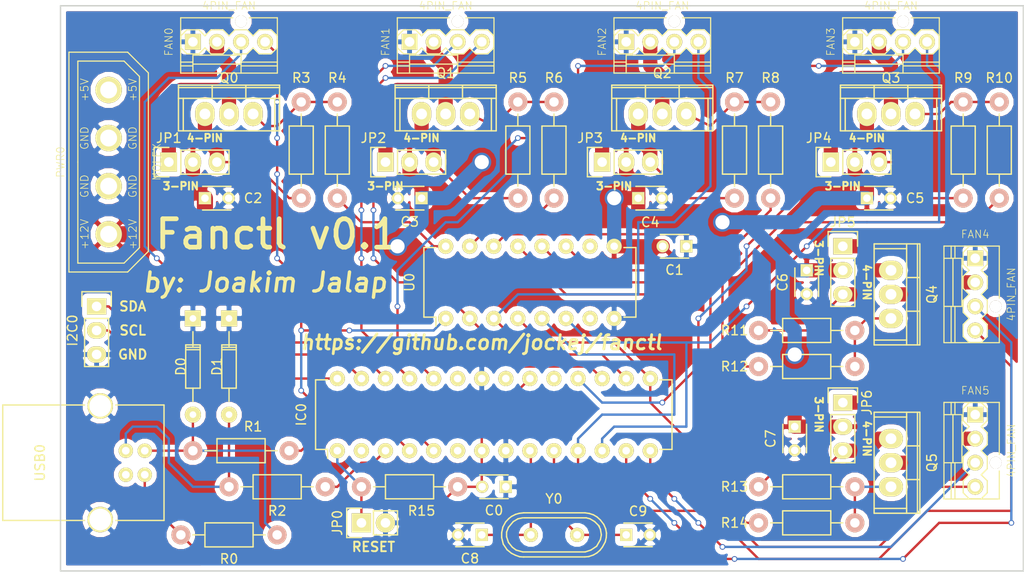
<source format=kicad_pcb>
(kicad_pcb (version 4) (host pcbnew 4.0.1-stable)
  (layers (0 F.Cu signal) (31 B.Cu signal) (34 B.Paste user) (35 F.Paste user) (36 B.SilkS user) (37 F.SilkS user) (38 B.Mask user) (39 F.Mask user) (44 Edge.Cuts user))
  (net 0 "")
  (net 1 GND)
  (net 2 +5V)
  (net 3 +12V)
  (net 4 XTA1)
  (net 5 XTA2)
  (net 6 "Net-(D0-Pad2)")
  (net 7 "Net-(D1-Pad2)")
  (net 8 "Net-(FAN0-Pad2)")
  (net 9 TACH0)
  (net 10 PWM0)
  (net 11 "Net-(FAN1-Pad2)")
  (net 12 TACH1)
  (net 13 PWM1)
  (net 14 "Net-(FAN2-Pad2)")
  (net 15 TACH2)
  (net 16 PWM2)
  (net 17 "Net-(FAN3-Pad2)")
  (net 18 TACH3)
  (net 19 PWM3)
  (net 20 "Net-(FAN4-Pad2)")
  (net 21 TACH4)
  (net 22 PWM4)
  (net 23 "Net-(FAN5-Pad2)")
  (net 24 TACH5)
  (net 25 PWM5)
  (net 26 "Net-(IC0-Pad1)")
  (net 27 "Net-(IC0-Pad2)")
  (net 28 "Net-(IC0-Pad3)")
  (net 29 "Net-(IC0-Pad4)")
  (net 30 "Net-(IC0-Pad6)")
  (net 31 "Net-(IC0-Pad21)")
  (net 32 "Net-(JP1-Pad3)")
  (net 33 "Net-(JP2-Pad3)")
  (net 34 "Net-(JP3-Pad3)")
  (net 35 "Net-(JP4-Pad3)")
  (net 36 "Net-(JP5-Pad3)")
  (net 37 "Net-(JP6-Pad3)")
  (net 38 "Net-(Q0-Pad3)")
  (net 39 "Net-(Q1-Pad3)")
  (net 40 "Net-(Q2-Pad3)")
  (net 41 "Net-(Q3-Pad3)")
  (net 42 "Net-(Q4-Pad3)")
  (net 43 "Net-(Q5-Pad3)")
  (net 44 "Net-(U0-Pad7)")
  (net 45 "Net-(U0-Pad10)")
  (net 46 "Net-(USB0-Pad4)")
  (net 47 "Net-(PWR0-Pad4)")
  (net 48 PWMO0)
  (net 49 PWMO1)
  (net 50 PWMO2)
  (net 51 PWMO3)
  (net 52 PWMO4)
  (net 53 PWMO5)
  (net 54 "Net-(I2C0-Pad1)")
  (net 55 "Net-(I2C0-Pad2)")
  (net 56 "Net-(IC0-Pad19)")
  (net 57 "Net-(IC0-Pad23)")
  (module Pin_Headers:Pin_Header_Straight_1x03 (layer F.Cu) (at 69.85 88.9 90)
    (fp_text reference JP1 (at 2.54 0 180) (layer F.SilkS))
    (fp_text value JUMPER3)
    (pad 1 thru_hole rect (at 0 0 90) (size 2.032 1.7272) (drill 1.016) (layers *.Cu *.Mask F.SilkS) (net 8 "Net-(FAN0-Pad2)"))
    (pad 2 thru_hole oval (at 0 2.54 90) (size 2.032 1.7272) (drill 1.016) (layers *.Cu *.Mask F.SilkS) (net 3 +12V))
    (pad 3 thru_hole oval (at 0 5.08 90) (size 2.032 1.7272) (drill 1.016) (layers *.Cu *.Mask F.SilkS) (net 32 "Net-(JP1-Pad3)"))
  )
  (module Capacitors_ThroughHole:C_Disc_D3_P2.5 (layer F.Cu) (at 105.41 123.19 180)
    (fp_text reference C0 (at 1.25 -2.5 180) (layer F.SilkS))
    (fp_text value 0.1uF)
    (pad 1 thru_hole rect (at 0 0 180) (size 1.3 1.3) (drill 0.8) (layers *.Cu *.Mask F.SilkS) (net 1 GND))
    (pad 2 thru_hole circle (at 2.5 0 180) (size 1.3 1.3) (drill 0.8001) (layers *.Cu *.Mask F.SilkS) (net 2 +5V))
  )
  (module Capacitors_ThroughHole:C_Disc_D3_P2.5 (layer F.Cu) (at 124.46 97.79 180)
    (fp_text reference C1 (at 1.25 -2.5 180) (layer F.SilkS))
    (fp_text value 0.1uF)
    (pad 1 thru_hole rect (at 0 0 180) (size 1.3 1.3) (drill 0.8) (layers *.Cu *.Mask F.SilkS) (net 1 GND))
    (pad 2 thru_hole circle (at 2.5 0 180) (size 1.3 1.3) (drill 0.8001) (layers *.Cu *.Mask F.SilkS) (net 3 +12V))
  )
  (module Capacitors_ThroughHole:C_Disc_D3_P2.5 (layer F.Cu) (at 73.66 92.71)
    (fp_text reference C2 (at 5.08 0) (layer F.SilkS))
    (fp_text value 0.1uF)
    (pad 1 thru_hole rect (at 0 0) (size 1.3 1.3) (drill 0.8) (layers *.Cu *.Mask F.SilkS) (net 3 +12V))
    (pad 2 thru_hole circle (at 2.5 0) (size 1.3 1.3) (drill 0.8001) (layers *.Cu *.Mask F.SilkS) (net 1 GND))
  )
  (module Capacitors_ThroughHole:C_Disc_D3_P2.5 (layer F.Cu) (at 96.52 92.71 180)
    (fp_text reference C3 (at 1.25 -2.5 180) (layer F.SilkS))
    (fp_text value 0.1uF)
    (pad 1 thru_hole rect (at 0 0 180) (size 1.3 1.3) (drill 0.8) (layers *.Cu *.Mask F.SilkS) (net 3 +12V))
    (pad 2 thru_hole circle (at 2.5 0 180) (size 1.3 1.3) (drill 0.8001) (layers *.Cu *.Mask F.SilkS) (net 1 GND))
  )
  (module Capacitors_ThroughHole:C_Disc_D3_P2.5 (layer F.Cu) (at 119.38 92.71)
    (fp_text reference C4 (at 1.27 2.54) (layer F.SilkS))
    (fp_text value 0.1uF)
    (pad 1 thru_hole rect (at 0 0) (size 1.3 1.3) (drill 0.8) (layers *.Cu *.Mask F.SilkS) (net 3 +12V))
    (pad 2 thru_hole circle (at 2.5 0) (size 1.3 1.3) (drill 0.8001) (layers *.Cu *.Mask F.SilkS) (net 1 GND))
  )
  (module Capacitors_ThroughHole:C_Disc_D3_P2.5 (layer F.Cu) (at 143.51 92.71)
    (fp_text reference C5 (at 5.08 0) (layer F.SilkS))
    (fp_text value 0.1uF)
    (pad 1 thru_hole rect (at 0 0) (size 1.3 1.3) (drill 0.8) (layers *.Cu *.Mask F.SilkS) (net 3 +12V))
    (pad 2 thru_hole circle (at 2.5 0) (size 1.3 1.3) (drill 0.8001) (layers *.Cu *.Mask F.SilkS) (net 1 GND))
  )
  (module Capacitors_ThroughHole:C_Disc_D3_P2.5 (layer F.Cu) (at 137.16 100.33 270)
    (fp_text reference C6 (at 1.27 2.54 450) (layer F.SilkS))
    (fp_text value 0.1uF)
    (pad 1 thru_hole rect (at 0 0 270) (size 1.3 1.3) (drill 0.8) (layers *.Cu *.Mask F.SilkS) (net 3 +12V))
    (pad 2 thru_hole circle (at 2.5 0 270) (size 1.3 1.3) (drill 0.8001) (layers *.Cu *.Mask F.SilkS) (net 1 GND))
  )
  (module Capacitors_ThroughHole:C_Disc_D3_P2.5 (layer F.Cu) (at 135.89 116.84 270)
    (fp_text reference C7 (at 1.27 2.54 270) (layer F.SilkS))
    (fp_text value 0.1uF)
    (pad 1 thru_hole rect (at 0 0 270) (size 1.3 1.3) (drill 0.8) (layers *.Cu *.Mask F.SilkS) (net 3 +12V))
    (pad 2 thru_hole circle (at 2.5 0 270) (size 1.3 1.3) (drill 0.8001) (layers *.Cu *.Mask F.SilkS) (net 1 GND))
  )
  (module Capacitors_ThroughHole:C_Disc_D3_P2.5 (layer F.Cu) (at 102.87 128.27 180)
    (fp_text reference C8 (at 1.25 -2.5 180) (layer F.SilkS))
    (fp_text value 22pF)
    (pad 1 thru_hole rect (at 0 0 180) (size 1.3 1.3) (drill 0.8) (layers *.Cu *.Mask F.SilkS) (net 4 XTA1))
    (pad 2 thru_hole circle (at 2.5 0 180) (size 1.3 1.3) (drill 0.8001) (layers *.Cu *.Mask F.SilkS) (net 1 GND))
  )
  (module Capacitors_ThroughHole:C_Disc_D3_P2.5 (layer F.Cu) (at 118.11 128.27)
    (fp_text reference C9 (at 1.25 -2.5) (layer F.SilkS))
    (fp_text value 22pF)
    (pad 1 thru_hole rect (at 0 0) (size 1.3 1.3) (drill 0.8) (layers *.Cu *.Mask F.SilkS) (net 5 XTA2))
    (pad 2 thru_hole circle (at 2.5 0) (size 1.3 1.3) (drill 0.8001) (layers *.Cu *.Mask F.SilkS) (net 1 GND))
  )
  (module ab2_header:AB2_HDR_M04-1V_CPU_FAN (layer F.Cu) (at 76.2 76.2)
    (fp_text reference FAN0 (at -6.35 0 90) (layer F.SilkS) (effects (font (size 0.8128 0.8128) (thickness 0.0762))))
    (fp_text value 4PIN_FAN (at 0 -3.81) (layer F.SilkS) (effects (font (size 0.8128 0.8128) (thickness 0.0762))))
    (pad 1 thru_hole rect (at -3.81 0) (size 1.6764 1.6764) (drill 1.016) (layers *.Cu *.Mask F.SilkS) (net 1 GND))
    (pad 2 thru_hole circle (at -1.27 0) (size 1.6764 1.6764) (drill 1.016) (layers *.Cu *.Mask F.SilkS) (net 8 "Net-(FAN0-Pad2)"))
    (pad 3 thru_hole circle (at 1.27 0) (size 1.6764 1.6764) (drill 1.016) (layers *.Cu *.Mask F.SilkS) (net 9 TACH0))
    (pad 4 thru_hole circle (at 3.81 0) (size 1.6764 1.6764) (drill 1.016) (layers *.Cu *.Mask F.SilkS) (net 10 PWM0))
    (pad "" thru_hole circle (at 1.27 -2.16) (size 1.25 1.25) (drill 1.25) (layers *.Cu *.Mask F.SilkS))
  )
  (module ab2_header:AB2_HDR_M04-1V_CPU_FAN (layer F.Cu) (at 99.06 76.2)
    (fp_text reference FAN1 (at -6.35 0 90) (layer F.SilkS) (effects (font (size 0.8128 0.8128) (thickness 0.0762))))
    (fp_text value 4PIN_FAN (at 0 -3.81) (layer F.SilkS) (effects (font (size 0.8128 0.8128) (thickness 0.0762))))
    (pad 1 thru_hole rect (at -3.81 0) (size 1.6764 1.6764) (drill 1.016) (layers *.Cu *.Mask F.SilkS) (net 1 GND))
    (pad 2 thru_hole circle (at -1.27 0) (size 1.6764 1.6764) (drill 1.016) (layers *.Cu *.Mask F.SilkS) (net 11 "Net-(FAN1-Pad2)"))
    (pad 3 thru_hole circle (at 1.27 0) (size 1.6764 1.6764) (drill 1.016) (layers *.Cu *.Mask F.SilkS) (net 12 TACH1))
    (pad 4 thru_hole circle (at 3.81 0) (size 1.6764 1.6764) (drill 1.016) (layers *.Cu *.Mask F.SilkS) (net 13 PWM1))
    (pad "" thru_hole circle (at 1.27 -2.16) (size 1.25 1.25) (drill 1.25) (layers *.Cu *.Mask F.SilkS))
  )
  (module ab2_header:AB2_HDR_M04-1V_CPU_FAN (layer F.Cu) (at 121.92 76.2)
    (fp_text reference FAN2 (at -6.35 0 90) (layer F.SilkS) (effects (font (size 0.8128 0.8128) (thickness 0.0762))))
    (fp_text value 4PIN_FAN (at 0 -3.81) (layer F.SilkS) (effects (font (size 0.8128 0.8128) (thickness 0.0762))))
    (pad 1 thru_hole rect (at -3.81 0) (size 1.6764 1.6764) (drill 1.016) (layers *.Cu *.Mask F.SilkS) (net 1 GND))
    (pad 2 thru_hole circle (at -1.27 0) (size 1.6764 1.6764) (drill 1.016) (layers *.Cu *.Mask F.SilkS) (net 14 "Net-(FAN2-Pad2)"))
    (pad 3 thru_hole circle (at 1.27 0) (size 1.6764 1.6764) (drill 1.016) (layers *.Cu *.Mask F.SilkS) (net 15 TACH2))
    (pad 4 thru_hole circle (at 3.81 0) (size 1.6764 1.6764) (drill 1.016) (layers *.Cu *.Mask F.SilkS) (net 16 PWM2))
    (pad "" thru_hole circle (at 1.27 -2.16) (size 1.25 1.25) (drill 1.25) (layers *.Cu *.Mask F.SilkS))
  )
  (module ab2_header:AB2_HDR_M04-1V_CPU_FAN (layer F.Cu) (at 146.05 76.2)
    (fp_text reference FAN3 (at -6.35 0 90) (layer F.SilkS) (effects (font (size 0.8128 0.8128) (thickness 0.0762))))
    (fp_text value 4PIN_FAN (at 0 -3.81) (layer F.SilkS) (effects (font (size 0.8128 0.8128) (thickness 0.0762))))
    (pad 1 thru_hole rect (at -3.81 0) (size 1.6764 1.6764) (drill 1.016) (layers *.Cu *.Mask F.SilkS) (net 1 GND))
    (pad 2 thru_hole circle (at -1.27 0) (size 1.6764 1.6764) (drill 1.016) (layers *.Cu *.Mask F.SilkS) (net 17 "Net-(FAN3-Pad2)"))
    (pad 3 thru_hole circle (at 1.27 0) (size 1.6764 1.6764) (drill 1.016) (layers *.Cu *.Mask F.SilkS) (net 18 TACH3))
    (pad 4 thru_hole circle (at 3.81 0) (size 1.6764 1.6764) (drill 1.016) (layers *.Cu *.Mask F.SilkS) (net 19 PWM3))
    (pad "" thru_hole circle (at 1.27 -2.16) (size 1.25 1.25) (drill 1.25) (layers *.Cu *.Mask F.SilkS))
  )
  (module ab2_header:AB2_HDR_M04-1V_CPU_FAN (layer F.Cu) (at 154.94 102.87 270)
    (fp_text reference FAN4 (at -6.35 0 360) (layer F.SilkS) (effects (font (size 0.8128 0.8128) (thickness 0.0762))))
    (fp_text value 4PIN_FAN (at 0 -3.81 270) (layer F.SilkS) (effects (font (size 0.8128 0.8128) (thickness 0.0762))))
    (pad 1 thru_hole rect (at -3.81 0 270) (size 1.6764 1.6764) (drill 1.016) (layers *.Cu *.Mask F.SilkS) (net 1 GND))
    (pad 2 thru_hole circle (at -1.27 0 270) (size 1.6764 1.6764) (drill 1.016) (layers *.Cu *.Mask F.SilkS) (net 20 "Net-(FAN4-Pad2)"))
    (pad 3 thru_hole circle (at 1.27 0 270) (size 1.6764 1.6764) (drill 1.016) (layers *.Cu *.Mask F.SilkS) (net 21 TACH4))
    (pad 4 thru_hole circle (at 3.81 0 270) (size 1.6764 1.6764) (drill 1.016) (layers *.Cu *.Mask F.SilkS) (net 22 PWM4))
    (pad "" thru_hole circle (at 1.27 -2.16 270) (size 1.25 1.25) (drill 1.25) (layers *.Cu *.Mask F.SilkS))
  )
  (module ab2_header:AB2_HDR_M04-1V_CPU_FAN (layer F.Cu) (at 154.94 119.38 270)
    (fp_text reference FAN5 (at -6.35 0 360) (layer F.SilkS) (effects (font (size 0.8128 0.8128) (thickness 0.0762))))
    (fp_text value 4PIN_FAN (at 0 -3.81 270) (layer F.SilkS) (effects (font (size 0.8128 0.8128) (thickness 0.0762))))
    (pad 1 thru_hole rect (at -3.81 0 270) (size 1.6764 1.6764) (drill 1.016) (layers *.Cu *.Mask F.SilkS) (net 1 GND))
    (pad 2 thru_hole circle (at -1.27 0 270) (size 1.6764 1.6764) (drill 1.016) (layers *.Cu *.Mask F.SilkS) (net 23 "Net-(FAN5-Pad2)"))
    (pad 3 thru_hole circle (at 1.27 0 270) (size 1.6764 1.6764) (drill 1.016) (layers *.Cu *.Mask F.SilkS) (net 24 TACH5))
    (pad 4 thru_hole circle (at 3.81 0 270) (size 1.6764 1.6764) (drill 1.016) (layers *.Cu *.Mask F.SilkS) (net 25 PWM5))
    (pad "" thru_hole circle (at 1.27 -2.16 270) (size 1.25 1.25) (drill 1.25) (layers *.Cu *.Mask F.SilkS))
  )
  (module Pin_Headers:Pin_Header_Straight_1x02 (layer F.Cu) (at 90.17 127 90)
    (fp_text reference JP0 (at 0 -2.54 90) (layer F.SilkS))
    (fp_text value JUMPER)
    (pad 1 thru_hole rect (at 0 0 90) (size 2.032 2.032) (drill 1.016) (layers *.Cu *.Mask F.SilkS) (net 26 "Net-(IC0-Pad1)"))
    (pad 2 thru_hole oval (at 0 2.54 90) (size 2.032 2.032) (drill 1.016) (layers *.Cu *.Mask F.SilkS) (net 1 GND))
  )
  (module Pin_Headers:Pin_Header_Straight_1x03 (layer F.Cu) (at 92.71 88.9 90)
    (fp_text reference JP2 (at 2.54 -1.27 180) (layer F.SilkS))
    (fp_text value JUMPER3)
    (pad 1 thru_hole rect (at 0 0 90) (size 2.032 1.7272) (drill 1.016) (layers *.Cu *.Mask F.SilkS) (net 11 "Net-(FAN1-Pad2)"))
    (pad 2 thru_hole oval (at 0 2.54 90) (size 2.032 1.7272) (drill 1.016) (layers *.Cu *.Mask F.SilkS) (net 3 +12V))
    (pad 3 thru_hole oval (at 0 5.08 90) (size 2.032 1.7272) (drill 1.016) (layers *.Cu *.Mask F.SilkS) (net 33 "Net-(JP2-Pad3)"))
  )
  (module Pin_Headers:Pin_Header_Straight_1x03 (layer F.Cu) (at 115.57 88.9 90)
    (fp_text reference JP3 (at 2.54 -1.27 180) (layer F.SilkS))
    (fp_text value JUMPER3)
    (pad 1 thru_hole rect (at 0 0 90) (size 2.032 1.7272) (drill 1.016) (layers *.Cu *.Mask F.SilkS) (net 14 "Net-(FAN2-Pad2)"))
    (pad 2 thru_hole oval (at 0 2.54 90) (size 2.032 1.7272) (drill 1.016) (layers *.Cu *.Mask F.SilkS) (net 3 +12V))
    (pad 3 thru_hole oval (at 0 5.08 90) (size 2.032 1.7272) (drill 1.016) (layers *.Cu *.Mask F.SilkS) (net 34 "Net-(JP3-Pad3)"))
  )
  (module Pin_Headers:Pin_Header_Straight_1x03 (layer F.Cu) (at 139.7 88.9 90)
    (fp_text reference JP4 (at 2.54 -1.27 180) (layer F.SilkS))
    (fp_text value JUMPER3)
    (pad 1 thru_hole rect (at 0 0 90) (size 2.032 1.7272) (drill 1.016) (layers *.Cu *.Mask F.SilkS) (net 17 "Net-(FAN3-Pad2)"))
    (pad 2 thru_hole oval (at 0 2.54 90) (size 2.032 1.7272) (drill 1.016) (layers *.Cu *.Mask F.SilkS) (net 3 +12V))
    (pad 3 thru_hole oval (at 0 5.08 90) (size 2.032 1.7272) (drill 1.016) (layers *.Cu *.Mask F.SilkS) (net 35 "Net-(JP4-Pad3)"))
  )
  (module Pin_Headers:Pin_Header_Straight_1x03 (layer F.Cu) (at 140.97 97.79)
    (fp_text reference JP5 (at 0 -2.54) (layer F.SilkS))
    (fp_text value JUMPER3)
    (pad 1 thru_hole rect (at 0 0) (size 2.032 1.7272) (drill 1.016) (layers *.Cu *.Mask F.SilkS) (net 20 "Net-(FAN4-Pad2)"))
    (pad 2 thru_hole oval (at 0 2.54) (size 2.032 1.7272) (drill 1.016) (layers *.Cu *.Mask F.SilkS) (net 3 +12V))
    (pad 3 thru_hole oval (at 0 5.08) (size 2.032 1.7272) (drill 1.016) (layers *.Cu *.Mask F.SilkS) (net 36 "Net-(JP5-Pad3)"))
  )
  (module Pin_Headers:Pin_Header_Straight_1x03 (layer F.Cu) (at 140.97 114.3)
    (fp_text reference JP6 (at 2.54 0 270) (layer F.SilkS))
    (fp_text value JUMPER3)
    (pad 1 thru_hole rect (at 0 0) (size 2.032 1.7272) (drill 1.016) (layers *.Cu *.Mask F.SilkS) (net 23 "Net-(FAN5-Pad2)"))
    (pad 2 thru_hole oval (at 0 2.54) (size 2.032 1.7272) (drill 1.016) (layers *.Cu *.Mask F.SilkS) (net 3 +12V))
    (pad 3 thru_hole oval (at 0 5.08) (size 2.032 1.7272) (drill 1.016) (layers *.Cu *.Mask F.SilkS) (net 37 "Net-(JP6-Pad3)"))
  )
  (module ab2_power:AB2_ATX_PSU-4PIN-V (layer F.Cu) (at 63.5 88.9 90)
    (fp_text reference PWR0 (at 0 -5.08 90) (layer F.SilkS) (effects (font (size 0.8128 0.8128) (thickness 0.0762))))
    (fp_text value MOLEX (at 0 5.08 90) (layer F.SilkS) (effects (font (size 0.8128 0.8128) (thickness 0.0762))))
    (fp_text user GND (at 2.54 -2.54 90) (layer F.SilkS) (effects (font (size 0.8128 0.8128) (thickness 0.0762))))
    (fp_text user +5V (at 7.62 -2.54 90) (layer F.SilkS) (effects (font (size 0.8128 0.8128) (thickness 0.0762))))
    (fp_text user GND (at -2.54 -2.54 90) (layer F.SilkS) (effects (font (size 0.8128 0.8128) (thickness 0.0762))))
    (fp_text user +12V (at -7.62 -2.54 90) (layer F.SilkS) (effects (font (size 0.8128 0.8128) (thickness 0.0762))))
    (fp_text user +5V (at 7.62 2.54 90) (layer F.SilkS) (effects (font (size 0.8128 0.8128) (thickness 0.0762))))
    (fp_text user GND (at 2.54 2.54 90) (layer F.SilkS) (effects (font (size 0.8128 0.8128) (thickness 0.0762))))
    (fp_text user GND (at -2.54 2.54 90) (layer F.SilkS) (effects (font (size 0.8128 0.8128) (thickness 0.0762))))
    (fp_text user +12V (at -7.62 2.54 90) (layer F.SilkS) (effects (font (size 0.8128 0.8128) (thickness 0.0762))))
    (pad 2 thru_hole circle (at -2.54 0 90) (size 2.794 2.794) (drill 1.778) (layers *.Cu *.Mask F.SilkS) (net 1 GND))
    (pad 1 thru_hole circle (at -7.62 0 90) (size 2.794 2.794) (drill 1.778) (layers *.Cu *.Mask F.SilkS) (net 3 +12V))
    (pad 3 thru_hole circle (at 2.54 0 90) (size 2.794 2.794) (drill 1.778) (layers *.Cu *.Mask F.SilkS) (net 1 GND))
    (pad 4 thru_hole circle (at 7.62 0 90) (size 2.794 2.794) (drill 1.778) (layers *.Cu *.Mask F.SilkS) (net 47 "Net-(PWR0-Pad4)"))
  )
  (module Power_Integrations:TO-220 (layer F.Cu) (at 76.2 83.82)
    (fp_text reference Q0 (at 0 -3.81) (layer F.SilkS))
    (fp_text value Q_PMOS_SDG)
    (pad 2 thru_hole oval (at 0 0) (size 2.032 2.54) (drill 1.143) (layers *.Cu *.Mask F.SilkS) (net 8 "Net-(FAN0-Pad2)"))
    (pad 3 thru_hole oval (at 2.54 0) (size 2.032 2.54) (drill 1.143) (layers *.Cu *.Mask F.SilkS) (net 38 "Net-(Q0-Pad3)"))
    (pad 1 thru_hole oval (at -2.54 0) (size 2.032 2.54) (drill 1.143) (layers *.Cu *.Mask F.SilkS) (net 32 "Net-(JP1-Pad3)"))
  )
  (module Power_Integrations:TO-220 (layer F.Cu) (at 99.06 83.82)
    (fp_text reference Q1 (at 0 -4.318) (layer F.SilkS))
    (fp_text value Q_PMOS_SDG)
    (pad 2 thru_hole oval (at 0 0) (size 2.032 2.54) (drill 1.143) (layers *.Cu *.Mask F.SilkS) (net 11 "Net-(FAN1-Pad2)"))
    (pad 3 thru_hole oval (at 2.54 0) (size 2.032 2.54) (drill 1.143) (layers *.Cu *.Mask F.SilkS) (net 39 "Net-(Q1-Pad3)"))
    (pad 1 thru_hole oval (at -2.54 0) (size 2.032 2.54) (drill 1.143) (layers *.Cu *.Mask F.SilkS) (net 33 "Net-(JP2-Pad3)"))
  )
  (module Power_Integrations:TO-220 (layer F.Cu) (at 121.92 83.82)
    (fp_text reference Q2 (at 0 -4.318) (layer F.SilkS))
    (fp_text value Q_PMOS_SDG)
    (pad 2 thru_hole oval (at 0 0) (size 2.032 2.54) (drill 1.143) (layers *.Cu *.Mask F.SilkS) (net 14 "Net-(FAN2-Pad2)"))
    (pad 3 thru_hole oval (at 2.54 0) (size 2.032 2.54) (drill 1.143) (layers *.Cu *.Mask F.SilkS) (net 40 "Net-(Q2-Pad3)"))
    (pad 1 thru_hole oval (at -2.54 0) (size 2.032 2.54) (drill 1.143) (layers *.Cu *.Mask F.SilkS) (net 34 "Net-(JP3-Pad3)"))
  )
  (module Power_Integrations:TO-220 (layer F.Cu) (at 146.05 83.82)
    (fp_text reference Q3 (at 0 -3.81) (layer F.SilkS))
    (fp_text value Q_PMOS_SDG)
    (pad 2 thru_hole oval (at 0 0) (size 2.032 2.54) (drill 1.143) (layers *.Cu *.Mask F.SilkS) (net 17 "Net-(FAN3-Pad2)"))
    (pad 3 thru_hole oval (at 2.54 0) (size 2.032 2.54) (drill 1.143) (layers *.Cu *.Mask F.SilkS) (net 41 "Net-(Q3-Pad3)"))
    (pad 1 thru_hole oval (at -2.54 0) (size 2.032 2.54) (drill 1.143) (layers *.Cu *.Mask F.SilkS) (net 35 "Net-(JP4-Pad3)"))
  )
  (module Power_Integrations:TO-220 (layer F.Cu) (at 146.05 102.87 270)
    (fp_text reference Q4 (at 0 -4.318 270) (layer F.SilkS))
    (fp_text value Q_PMOS_SDG)
    (pad 2 thru_hole oval (at 0 0 270) (size 2.032 2.54) (drill 1.143) (layers *.Cu *.Mask F.SilkS) (net 20 "Net-(FAN4-Pad2)"))
    (pad 3 thru_hole oval (at 2.54 0 270) (size 2.032 2.54) (drill 1.143) (layers *.Cu *.Mask F.SilkS) (net 42 "Net-(Q4-Pad3)"))
    (pad 1 thru_hole oval (at -2.54 0 270) (size 2.032 2.54) (drill 1.143) (layers *.Cu *.Mask F.SilkS) (net 36 "Net-(JP5-Pad3)"))
  )
  (module Power_Integrations:TO-220 (layer F.Cu) (at 146.05 120.65 270)
    (fp_text reference Q5 (at 0 -4.318 270) (layer F.SilkS))
    (fp_text value Q_PMOS_SDG)
    (pad 2 thru_hole oval (at 0 0 270) (size 2.032 2.54) (drill 1.143) (layers *.Cu *.Mask F.SilkS) (net 23 "Net-(FAN5-Pad2)"))
    (pad 3 thru_hole oval (at 2.54 0 270) (size 2.032 2.54) (drill 1.143) (layers *.Cu *.Mask F.SilkS) (net 43 "Net-(Q5-Pad3)"))
    (pad 1 thru_hole oval (at -2.54 0 270) (size 2.032 2.54) (drill 1.143) (layers *.Cu *.Mask F.SilkS) (net 37 "Net-(JP6-Pad3)"))
  )
  (module Resistors_ThroughHole:Resistor_Horizontal_RM10mm (layer F.Cu) (at 76.2 128.27 180)
    (fp_text reference R0 (at 0 -2.54 180) (layer F.SilkS))
    (fp_text value 1.5k)
    (pad 1 thru_hole circle (at -5.08 0 180) (size 1.99898 1.99898) (drill 1.00076) (layers *.Cu *.SilkS *.Mask) (net 6 "Net-(D0-Pad2)"))
    (pad 2 thru_hole circle (at 5.08 0 180) (size 1.99898 1.99898) (drill 1.00076) (layers *.Cu *.SilkS *.Mask) (net 2 +5V))
  )
  (module Resistors_ThroughHole:Resistor_Horizontal_RM10mm (layer F.Cu) (at 77.47 119.38 180)
    (fp_text reference R1 (at -1.27 2.54 180) (layer F.SilkS))
    (fp_text value 68)
    (pad 1 thru_hole circle (at -5.08 0 180) (size 1.99898 1.99898) (drill 1.00076) (layers *.Cu *.SilkS *.Mask) (net 29 "Net-(IC0-Pad4)"))
    (pad 2 thru_hole circle (at 5.08 0 180) (size 1.99898 1.99898) (drill 1.00076) (layers *.Cu *.SilkS *.Mask) (net 6 "Net-(D0-Pad2)"))
  )
  (module Resistors_ThroughHole:Resistor_Horizontal_RM10mm (layer F.Cu) (at 81.28 123.19 180)
    (fp_text reference R2 (at 0 -2.54 180) (layer F.SilkS))
    (fp_text value 68)
    (pad 1 thru_hole circle (at -5.08 0 180) (size 1.99898 1.99898) (drill 1.00076) (layers *.Cu *.SilkS *.Mask) (net 28 "Net-(IC0-Pad3)"))
    (pad 2 thru_hole circle (at 5.08 0 180) (size 1.99898 1.99898) (drill 1.00076) (layers *.Cu *.SilkS *.Mask) (net 7 "Net-(D1-Pad2)"))
  )
  (module Resistors_ThroughHole:Resistor_Horizontal_RM10mm (layer F.Cu) (at 83.82 87.63 270)
    (fp_text reference R3 (at -7.62 0 360) (layer F.SilkS))
    (fp_text value R)
    (pad 1 thru_hole circle (at -5.08 0 270) (size 1.99898 1.99898) (drill 1.00076) (layers *.Cu *.SilkS *.Mask) (net 38 "Net-(Q0-Pad3)"))
    (pad 2 thru_hole circle (at 5.08 0 270) (size 1.99898 1.99898) (drill 1.00076) (layers *.Cu *.SilkS *.Mask) (net 32 "Net-(JP1-Pad3)"))
  )
  (module Resistors_ThroughHole:Resistor_Horizontal_RM10mm (layer F.Cu) (at 87.63 87.63 270)
    (fp_text reference R4 (at -7.62 0 360) (layer F.SilkS))
    (fp_text value R)
    (pad 1 thru_hole circle (at -5.08 0 270) (size 1.99898 1.99898) (drill 1.00076) (layers *.Cu *.SilkS *.Mask) (net 38 "Net-(Q0-Pad3)"))
    (pad 2 thru_hole circle (at 5.08 0 270) (size 1.99898 1.99898) (drill 1.00076) (layers *.Cu *.SilkS *.Mask) (net 48 PWMO0))
  )
  (module Resistors_ThroughHole:Resistor_Horizontal_RM10mm (layer F.Cu) (at 106.68 87.63 270)
    (fp_text reference R5 (at -7.62 0 360) (layer F.SilkS))
    (fp_text value R)
    (pad 1 thru_hole circle (at -5.08 0 270) (size 1.99898 1.99898) (drill 1.00076) (layers *.Cu *.SilkS *.Mask) (net 39 "Net-(Q1-Pad3)"))
    (pad 2 thru_hole circle (at 5.08 0 270) (size 1.99898 1.99898) (drill 1.00076) (layers *.Cu *.SilkS *.Mask) (net 33 "Net-(JP2-Pad3)"))
  )
  (module Resistors_ThroughHole:Resistor_Horizontal_RM10mm (layer F.Cu) (at 110.49 87.63 270)
    (fp_text reference R6 (at -7.62 0 360) (layer F.SilkS))
    (fp_text value R)
    (pad 1 thru_hole circle (at -5.08 0 270) (size 1.99898 1.99898) (drill 1.00076) (layers *.Cu *.SilkS *.Mask) (net 39 "Net-(Q1-Pad3)"))
    (pad 2 thru_hole circle (at 5.08 0 270) (size 1.99898 1.99898) (drill 1.00076) (layers *.Cu *.SilkS *.Mask) (net 49 PWMO1))
  )
  (module Resistors_ThroughHole:Resistor_Horizontal_RM10mm (layer F.Cu) (at 129.54 87.63 270)
    (fp_text reference R7 (at -7.62 0 360) (layer F.SilkS))
    (fp_text value R)
    (pad 1 thru_hole circle (at -5.08 0 270) (size 1.99898 1.99898) (drill 1.00076) (layers *.Cu *.SilkS *.Mask) (net 40 "Net-(Q2-Pad3)"))
    (pad 2 thru_hole circle (at 5.08 0 270) (size 1.99898 1.99898) (drill 1.00076) (layers *.Cu *.SilkS *.Mask) (net 34 "Net-(JP3-Pad3)"))
  )
  (module Resistors_ThroughHole:Resistor_Horizontal_RM10mm (layer F.Cu) (at 133.35 87.63 270)
    (fp_text reference R8 (at -7.62 0 360) (layer F.SilkS))
    (fp_text value R)
    (pad 1 thru_hole circle (at -5.08 0 270) (size 1.99898 1.99898) (drill 1.00076) (layers *.Cu *.SilkS *.Mask) (net 40 "Net-(Q2-Pad3)"))
    (pad 2 thru_hole circle (at 5.08 0 270) (size 1.99898 1.99898) (drill 1.00076) (layers *.Cu *.SilkS *.Mask) (net 50 PWMO2))
  )
  (module Resistors_ThroughHole:Resistor_Horizontal_RM10mm (layer F.Cu) (at 153.67 87.63 270)
    (fp_text reference R9 (at -7.62 0 360) (layer F.SilkS))
    (fp_text value R)
    (pad 1 thru_hole circle (at -5.08 0 270) (size 1.99898 1.99898) (drill 1.00076) (layers *.Cu *.SilkS *.Mask) (net 41 "Net-(Q3-Pad3)"))
    (pad 2 thru_hole circle (at 5.08 0 270) (size 1.99898 1.99898) (drill 1.00076) (layers *.Cu *.SilkS *.Mask) (net 35 "Net-(JP4-Pad3)"))
  )
  (module Resistors_ThroughHole:Resistor_Horizontal_RM10mm (layer F.Cu) (at 157.48 87.63 270)
    (fp_text reference R10 (at -7.62 0 360) (layer F.SilkS))
    (fp_text value R)
    (pad 1 thru_hole circle (at -5.08 0 270) (size 1.99898 1.99898) (drill 1.00076) (layers *.Cu *.SilkS *.Mask) (net 41 "Net-(Q3-Pad3)"))
    (pad 2 thru_hole circle (at 5.08 0 270) (size 1.99898 1.99898) (drill 1.00076) (layers *.Cu *.SilkS *.Mask) (net 51 PWMO3))
  )
  (module Resistors_ThroughHole:Resistor_Horizontal_RM10mm (layer F.Cu) (at 137.16 106.68 180)
    (fp_text reference R11 (at 7.62 0 180) (layer F.SilkS))
    (fp_text value R)
    (pad 1 thru_hole circle (at -5.08 0 180) (size 1.99898 1.99898) (drill 1.00076) (layers *.Cu *.SilkS *.Mask) (net 42 "Net-(Q4-Pad3)"))
    (pad 2 thru_hole circle (at 5.08 0 180) (size 1.99898 1.99898) (drill 1.00076) (layers *.Cu *.SilkS *.Mask) (net 36 "Net-(JP5-Pad3)"))
  )
  (module Resistors_ThroughHole:Resistor_Horizontal_RM10mm (layer F.Cu) (at 137.16 110.49 180)
    (fp_text reference R12 (at 7.62 0 180) (layer F.SilkS))
    (fp_text value R)
    (pad 1 thru_hole circle (at -5.08 0 180) (size 1.99898 1.99898) (drill 1.00076) (layers *.Cu *.SilkS *.Mask) (net 42 "Net-(Q4-Pad3)"))
    (pad 2 thru_hole circle (at 5.08 0 180) (size 1.99898 1.99898) (drill 1.00076) (layers *.Cu *.SilkS *.Mask) (net 52 PWMO4))
  )
  (module Resistors_ThroughHole:Resistor_Horizontal_RM10mm (layer F.Cu) (at 137.16 123.19 180)
    (fp_text reference R13 (at 7.62 0 180) (layer F.SilkS))
    (fp_text value R)
    (pad 1 thru_hole circle (at -5.08 0 180) (size 1.99898 1.99898) (drill 1.00076) (layers *.Cu *.SilkS *.Mask) (net 43 "Net-(Q5-Pad3)"))
    (pad 2 thru_hole circle (at 5.08 0 180) (size 1.99898 1.99898) (drill 1.00076) (layers *.Cu *.SilkS *.Mask) (net 37 "Net-(JP6-Pad3)"))
  )
  (module Resistors_ThroughHole:Resistor_Horizontal_RM10mm (layer F.Cu) (at 137.16 127 180)
    (fp_text reference R14 (at 7.62 0 180) (layer F.SilkS))
    (fp_text value R)
    (pad 1 thru_hole circle (at -5.08 0 180) (size 1.99898 1.99898) (drill 1.00076) (layers *.Cu *.SilkS *.Mask) (net 43 "Net-(Q5-Pad3)"))
    (pad 2 thru_hole circle (at 5.08 0 180) (size 1.99898 1.99898) (drill 1.00076) (layers *.Cu *.SilkS *.Mask) (net 53 PWMO5))
  )
  (module Resistors_ThroughHole:Resistor_Horizontal_RM10mm (layer F.Cu) (at 95.25 123.19 180)
    (fp_text reference R15 (at -1.27 -2.54 180) (layer F.SilkS))
    (fp_text value R)
    (pad 1 thru_hole circle (at -5.08 0 180) (size 1.99898 1.99898) (drill 1.00076) (layers *.Cu *.SilkS *.Mask) (net 2 +5V))
    (pad 2 thru_hole circle (at 5.08 0 180) (size 1.99898 1.99898) (drill 1.00076) (layers *.Cu *.SilkS *.Mask) (net 26 "Net-(IC0-Pad1)"))
  )
  (module Housings_DIP:DIP-16_W7.62mm (layer F.Cu) (at 99.06 105.41 90)
    (fp_text reference U0 (at 3.81 -3.81 90) (layer F.SilkS))
    (fp_text value ULN2003A)
    (pad 1 thru_hole oval (at 0 0 90) (size 1.6 1.6) (drill 0.8) (layers *.Cu *.Mask F.SilkS) (net 10 PWM0))
    (pad 2 thru_hole oval (at 0 2.54 90) (size 1.6 1.6) (drill 0.8) (layers *.Cu *.Mask F.SilkS) (net 13 PWM1))
    (pad 3 thru_hole oval (at 0 5.08 90) (size 1.6 1.6) (drill 0.8) (layers *.Cu *.Mask F.SilkS) (net 16 PWM2))
    (pad 4 thru_hole oval (at 0 7.62 90) (size 1.6 1.6) (drill 0.8) (layers *.Cu *.Mask F.SilkS) (net 25 PWM5))
    (pad 5 thru_hole oval (at 0 10.16 90) (size 1.6 1.6) (drill 0.8) (layers *.Cu *.Mask F.SilkS) (net 22 PWM4))
    (pad 6 thru_hole oval (at 0 12.7 90) (size 1.6 1.6) (drill 0.8) (layers *.Cu *.Mask F.SilkS) (net 19 PWM3))
    (pad 7 thru_hole oval (at 0 15.24 90) (size 1.6 1.6) (drill 0.8) (layers *.Cu *.Mask F.SilkS) (net 44 "Net-(U0-Pad7)"))
    (pad 8 thru_hole oval (at 0 17.78 90) (size 1.6 1.6) (drill 0.8) (layers *.Cu *.Mask F.SilkS) (net 1 GND))
    (pad 9 thru_hole oval (at 7.62 17.78 90) (size 1.6 1.6) (drill 0.8) (layers *.Cu *.Mask F.SilkS) (net 3 +12V))
    (pad 10 thru_hole oval (at 7.62 15.24 90) (size 1.6 1.6) (drill 0.8) (layers *.Cu *.Mask F.SilkS) (net 45 "Net-(U0-Pad10)"))
    (pad 11 thru_hole oval (at 7.62 12.7 90) (size 1.6 1.6) (drill 0.8) (layers *.Cu *.Mask F.SilkS) (net 51 PWMO3))
    (pad 12 thru_hole oval (at 7.62 10.16 90) (size 1.6 1.6) (drill 0.8) (layers *.Cu *.Mask F.SilkS) (net 52 PWMO4))
    (pad 13 thru_hole oval (at 7.62 7.62 90) (size 1.6 1.6) (drill 0.8) (layers *.Cu *.Mask F.SilkS) (net 53 PWMO5))
    (pad 14 thru_hole oval (at 7.62 5.08 90) (size 1.6 1.6) (drill 0.8) (layers *.Cu *.Mask F.SilkS) (net 50 PWMO2))
    (pad 15 thru_hole oval (at 7.62 2.54 90) (size 1.6 1.6) (drill 0.8) (layers *.Cu *.Mask F.SilkS) (net 49 PWMO1))
    (pad 16 thru_hole oval (at 7.62 0 90) (size 1.6 1.6) (drill 0.8) (layers *.Cu *.Mask F.SilkS) (net 48 PWMO0))
  )
  (module Connect:USB_B (layer F.Cu) (at 67.31 121.92 180)
    (fp_text reference USB0 (at 11.049 1.27 270) (layer F.SilkS))
    (fp_text value USB_B)
    (pad 2 thru_hole circle (at 0 2.54 90) (size 1.524 1.524) (drill 0.8128) (layers *.Cu *.Mask F.SilkS) (net 6 "Net-(D0-Pad2)"))
    (pad 1 thru_hole circle (at 0 0 90) (size 1.524 1.524) (drill 0.8128) (layers *.Cu *.Mask F.SilkS) (net 2 +5V))
    (pad 4 thru_hole circle (at 1.99898 0 90) (size 1.524 1.524) (drill 0.8128) (layers *.Cu *.Mask F.SilkS) (net 46 "Net-(USB0-Pad4)"))
    (pad 3 thru_hole circle (at 1.99898 2.54 90) (size 1.524 1.524) (drill 0.8128) (layers *.Cu *.Mask F.SilkS) (net 7 "Net-(D1-Pad2)"))
    (pad 5 thru_hole circle (at 4.699 7.26948 90) (size 2.70002 2.70002) (drill 2.30124) (layers *.Cu *.Mask F.SilkS) (net 1 GND))
    (pad 5 thru_hole circle (at 4.699 -4.72948 90) (size 2.70002 2.70002) (drill 2.30124) (layers *.Cu *.Mask F.SilkS) (net 1 GND))
  )
  (module Crystals:Crystal_HC49-U_Vertical (layer F.Cu) (at 110.49 128.27)
    (fp_text reference Y0 (at 0 -3.81) (layer F.SilkS))
    (fp_text value Crystal)
    (pad 1 thru_hole circle (at -2.44094 0) (size 1.50114 1.50114) (drill 0.8001) (layers *.Cu *.Mask F.SilkS) (net 4 XTA1))
    (pad 2 thru_hole circle (at 2.44094 0) (size 1.50114 1.50114) (drill 0.8001) (layers *.Cu *.Mask F.SilkS) (net 5 XTA2))
  )
  (module Housings_DIP:DIP-28_W7.62mm (layer F.Cu) (at 87.63 119.38 90)
    (fp_text reference IC0 (at 3.81 -3.81 90) (layer F.SilkS))
    (fp_text value ATMEGA168PA-P)
    (pad 1 thru_hole oval (at 0 0 90) (size 1.6 1.6) (drill 0.8) (layers *.Cu *.Mask F.SilkS) (net 26 "Net-(IC0-Pad1)"))
    (pad 2 thru_hole oval (at 0 2.54 90) (size 1.6 1.6) (drill 0.8) (layers *.Cu *.Mask F.SilkS) (net 27 "Net-(IC0-Pad2)"))
    (pad 3 thru_hole oval (at 0 5.08 90) (size 1.6 1.6) (drill 0.8) (layers *.Cu *.Mask F.SilkS) (net 28 "Net-(IC0-Pad3)"))
    (pad 4 thru_hole oval (at 0 7.62 90) (size 1.6 1.6) (drill 0.8) (layers *.Cu *.Mask F.SilkS) (net 29 "Net-(IC0-Pad4)"))
    (pad 5 thru_hole oval (at 0 10.16 90) (size 1.6 1.6) (drill 0.8) (layers *.Cu *.Mask F.SilkS) (net 10 PWM0))
    (pad 6 thru_hole oval (at 0 12.7 90) (size 1.6 1.6) (drill 0.8) (layers *.Cu *.Mask F.SilkS) (net 30 "Net-(IC0-Pad6)"))
    (pad 7 thru_hole oval (at 0 15.24 90) (size 1.6 1.6) (drill 0.8) (layers *.Cu *.Mask F.SilkS) (net 2 +5V))
    (pad 8 thru_hole oval (at 0 17.78 90) (size 1.6 1.6) (drill 0.8) (layers *.Cu *.Mask F.SilkS) (net 1 GND))
    (pad 9 thru_hole oval (at 0 20.32 90) (size 1.6 1.6) (drill 0.8) (layers *.Cu *.Mask F.SilkS) (net 4 XTA1))
    (pad 10 thru_hole oval (at 0 22.86 90) (size 1.6 1.6) (drill 0.8) (layers *.Cu *.Mask F.SilkS) (net 5 XTA2))
    (pad 11 thru_hole oval (at 0 25.4 90) (size 1.6 1.6) (drill 0.8) (layers *.Cu *.Mask F.SilkS) (net 22 PWM4))
    (pad 12 thru_hole oval (at 0 27.94 90) (size 1.6 1.6) (drill 0.8) (layers *.Cu *.Mask F.SilkS) (net 19 PWM3))
    (pad 13 thru_hole oval (at 0 30.48 90) (size 1.6 1.6) (drill 0.8) (layers *.Cu *.Mask F.SilkS) (net 21 TACH4))
    (pad 14 thru_hole oval (at 0 33.02 90) (size 1.6 1.6) (drill 0.8) (layers *.Cu *.Mask F.SilkS) (net 24 TACH5))
    (pad 15 thru_hole oval (at 7.62 33.02 90) (size 1.6 1.6) (drill 0.8) (layers *.Cu *.Mask F.SilkS) (net 25 PWM5))
    (pad 16 thru_hole oval (at 7.62 30.48 90) (size 1.6 1.6) (drill 0.8) (layers *.Cu *.Mask F.SilkS) (net 16 PWM2))
    (pad 17 thru_hole oval (at 7.62 27.94 90) (size 1.6 1.6) (drill 0.8) (layers *.Cu *.Mask F.SilkS) (net 13 PWM1))
    (pad 18 thru_hole oval (at 7.62 25.4 90) (size 1.6 1.6) (drill 0.8) (layers *.Cu *.Mask F.SilkS) (net 18 TACH3))
    (pad 19 thru_hole oval (at 7.62 22.86 90) (size 1.6 1.6) (drill 0.8) (layers *.Cu *.Mask F.SilkS) (net 56 "Net-(IC0-Pad19)"))
    (pad 20 thru_hole oval (at 7.62 20.32 90) (size 1.6 1.6) (drill 0.8) (layers *.Cu *.Mask F.SilkS) (net 2 +5V))
    (pad 21 thru_hole oval (at 7.62 17.78 90) (size 1.6 1.6) (drill 0.8) (layers *.Cu *.Mask F.SilkS) (net 31 "Net-(IC0-Pad21)"))
    (pad 22 thru_hole oval (at 7.62 15.24 90) (size 1.6 1.6) (drill 0.8) (layers *.Cu *.Mask F.SilkS) (net 1 GND))
    (pad 23 thru_hole oval (at 7.62 12.7 90) (size 1.6 1.6) (drill 0.8) (layers *.Cu *.Mask F.SilkS) (net 57 "Net-(IC0-Pad23)"))
    (pad 24 thru_hole oval (at 7.62 10.16 90) (size 1.6 1.6) (drill 0.8) (layers *.Cu *.Mask F.SilkS) (net 15 TACH2))
    (pad 25 thru_hole oval (at 7.62 7.62 90) (size 1.6 1.6) (drill 0.8) (layers *.Cu *.Mask F.SilkS) (net 12 TACH1))
    (pad 26 thru_hole oval (at 7.62 5.08 90) (size 1.6 1.6) (drill 0.8) (layers *.Cu *.Mask F.SilkS) (net 9 TACH0))
    (pad 27 thru_hole oval (at 7.62 2.54 90) (size 1.6 1.6) (drill 0.8) (layers *.Cu *.Mask F.SilkS) (net 54 "Net-(I2C0-Pad1)"))
    (pad 28 thru_hole oval (at 7.62 0 90) (size 1.6 1.6) (drill 0.8) (layers *.Cu *.Mask F.SilkS) (net 55 "Net-(I2C0-Pad2)"))
  )
  (module Diodes_ThroughHole:Diode_DO-35_SOD27_Horizontal_RM10 (layer F.Cu) (at 72.39 105.41 270)
    (fp_text reference D0 (at 5.08 1.27 270) (layer F.SilkS))
    (fp_text value ZENER)
    (pad 2 thru_hole circle (at 10.16052 -0.00254 90) (size 1.69926 1.69926) (drill 0.70104) (layers *.Cu *.Mask F.SilkS) (net 6 "Net-(D0-Pad2)"))
    (pad 1 thru_hole rect (at 0.00052 -0.00254 90) (size 1.69926 1.69926) (drill 0.70104) (layers *.Cu *.Mask F.SilkS) (net 1 GND))
  )
  (module Diodes_ThroughHole:Diode_DO-35_SOD27_Horizontal_RM10 (layer F.Cu) (at 76.2 105.41 270)
    (fp_text reference D1 (at 5.08 1.27 270) (layer F.SilkS))
    (fp_text value ZENER)
    (pad 2 thru_hole circle (at 10.16052 -0.00254 90) (size 1.69926 1.69926) (drill 0.70104) (layers *.Cu *.Mask F.SilkS) (net 7 "Net-(D1-Pad2)"))
    (pad 1 thru_hole rect (at 0.00052 -0.00254 90) (size 1.69926 1.69926) (drill 0.70104) (layers *.Cu *.Mask F.SilkS) (net 1 GND))
  )
  (module Pin_Headers:Pin_Header_Straight_1x03 (layer F.Cu) (at 62.23 104.14)
    (fp_text reference I2C0 (at -2.54 2.54 90) (layer F.SilkS))
    (fp_text value I2C)
    (pad 1 thru_hole rect (at 0 0) (size 2.032 1.7272) (drill 1.016) (layers *.Cu *.Mask F.SilkS) (net 54 "Net-(I2C0-Pad1)"))
    (pad 2 thru_hole oval (at 0 2.54) (size 2.032 1.7272) (drill 1.016) (layers *.Cu *.Mask F.SilkS) (net 55 "Net-(I2C0-Pad2)"))
    (pad 3 thru_hole oval (at 0 5.08) (size 2.032 1.7272) (drill 1.016) (layers *.Cu *.Mask F.SilkS) (net 1 GND))
  )
  (gr_text 4-PIN (at 143.51 101.6 270) (layer F.SilkS) (effects (font (size 0.8 0.8) (thickness 0.2))))
  (gr_text 4-PIN (at 143.51 118.11 270) (layer F.SilkS) (effects (font (size 0.8 0.8) (thickness 0.2))))
  (gr_text 3-PIN (at 116.84 91.44) (layer F.SilkS) (effects (font (size 0.8 0.8) (thickness 0.2))))
  (gr_text 4-PIN (at 119.38 86.36) (layer F.SilkS) (effects (font (size 0.8 0.8) (thickness 0.2))))
  (gr_text 4-PIN (at 143.51 86.36) (layer F.SilkS) (effects (font (size 0.8 0.8) (thickness 0.2))))
  (gr_text 4-PIN (at 96.52 86.36) (layer F.SilkS) (effects (font (size 0.8 0.8) (thickness 0.2))))
  (gr_text 3-PIN (at 138.43 115.57 270) (layer F.SilkS) (effects (font (size 0.8 0.8) (thickness 0.2))))
  (gr_text 3-PIN (at 140.97 91.44) (layer F.SilkS) (effects (font (size 0.8 0.8) (thickness 0.2))))
  (gr_text 3-PIN (at 138.43 99.06 270) (layer F.SilkS) (effects (font (size 0.8 0.8) (thickness 0.2))))
  (gr_text 3-PIN (at 92.71 91.44) (layer F.SilkS) (effects (font (size 0.8 0.8) (thickness 0.2))))
  (gr_text 3-PIN (at 71.12 91.44) (layer F.SilkS) (effects (font (size 0.8 0.8) (thickness 0.2))))
  (gr_text 4-PIN (at 73.66 86.36) (layer F.SilkS) (effects (font (size 0.8 0.8) (thickness 0.2))))
  (gr_text SDA (at 66.04 104.14) (layer F.SilkS) (effects (font (size 1 1) (thickness 0.2))))
  (gr_text GND (at 66.04 109.22) (layer F.SilkS) (effects (font (size 1 1) (thickness 0.2))))
  (gr_text SCL (at 66.04 106.68) (layer F.SilkS) (effects (font (size 1 1) (thickness 0.2))))
  (gr_text RESET (at 91.44 129.54) (layer F.SilkS) (effects (font (size 1 1) (thickness 0.2))))
  (gr_text https://github.com/jockej/fanctl (at 102.87 107.95) (layer F.SilkS) (effects (font (size 1.5 1.5) (thickness 0.3) italic)))
  (gr_text "by: Joakim Jalap" (at 80.01 101.6) (layer F.SilkS) (effects (font (size 2 2) (thickness 0.36) italic)))
  (gr_text "Fanctl v0.1" (at 81.28 96.52) (layer F.SilkS) (effects (font (size 3 3) (thickness 0.5))))
  (gr_line (start 58.42 72.39) (end 58.42 132.08) (angle 90) (layer Edge.Cuts) (width 0.15))
  (gr_line (start 160.02 72.39) (end 58.42 72.39) (angle 90) (layer Edge.Cuts) (width 0.15))
  (gr_line (start 160.02 132.08) (end 160.02 72.39) (angle 90) (layer Edge.Cuts) (width 0.15))
  (gr_line (start 58.42 132.08) (end 160.02 132.08) (angle 90) (layer Edge.Cuts) (width 0.15))
  (segment (start 102.87 119.38) (end 102.87 116.84) (width 0.25) (layer F.Cu) (net 2))
  (segment (start 102.87 116.84) (end 107.95 111.76) (width 0.25) (layer F.Cu) (net 2))
  (segment (start 67.31 121.92) (end 67.31 124.46) (width 0.25) (layer F.Cu) (net 2))
  (segment (start 67.31 124.46) (end 71.12 128.27) (width 0.25) (layer F.Cu) (net 2))
  (segment (start 71.12 128.27) (end 73.66 130.81) (width 0.25) (layer F.Cu) (net 2))
  (segment (start 97.79 125.73) (end 100.33 123.19) (width 0.25) (layer F.Cu) (net 2))
  (segment (start 97.79 130.81) (end 97.79 125.73) (width 0.25) (layer F.Cu) (net 2))
  (segment (start 73.66 130.81) (end 97.79 130.81) (width 0.25) (layer F.Cu) (net 2))
  (segment (start 102.87 119.38) (end 102.87 123.15) (width 0.25) (layer F.Cu) (net 2))
  (segment (start 102.87 123.15) (end 102.83 123.19) (width 0.25) (layer F.Cu) (net 2))
  (segment (start 102.83 123.19) (end 100.33 123.19) (width 0.25) (layer F.Cu) (net 2))
  (segment (start 135.89 109.22) (end 135.89 106.68) (width 1.5) (layer B.Cu) (net 3))
  (via (at 135.89 109.22) (size 2) (drill 1.5) (layers F.Cu B.Cu) (net 3))
  (segment (start 134.62 99.06) (end 134.62 105.41) (width 1.5) (layer B.Cu) (net 3))
  (segment (start 135.89 109.22) (end 135.89 116.84) (width 1.5) (layer F.Cu) (net 3))
  (segment (start 135.89 106.68) (end 134.62 105.41) (width 1.5) (layer B.Cu) (net 3))
  (segment (start 143.51 92.71) (end 143.51 91.44) (width 1.5) (layer F.Cu) (net 3))
  (segment (start 142.24 90.17) (end 142.24 88.9) (width 1.5) (layer F.Cu) (net 3))
  (segment (start 143.51 91.44) (end 142.24 90.17) (width 1.5) (layer F.Cu) (net 3))
  (segment (start 116.84 97.79) (end 116.84 92.71) (width 1.5) (layer B.Cu) (net 3))
  (via (at 116.84 92.71) (size 2) (drill 1.5) (layers F.Cu B.Cu) (net 3))
  (segment (start 116.84 97.79) (end 121.96 97.79) (width 1.5) (layer F.Cu) (net 3))
  (segment (start 137.16 100.33) (end 140.97 100.33) (width 1.5) (layer F.Cu) (net 3))
  (segment (start 137.16 100.33) (end 135.89 100.33) (width 1.5) (layer B.Cu) (net 3))
  (segment (start 135.89 100.33) (end 134.62 99.06) (width 1.5) (layer B.Cu) (net 3))
  (segment (start 134.62 99.06) (end 130.81 95.25) (width 1.5) (layer B.Cu) (net 3))
  (segment (start 135.89 116.84) (end 140.97 116.84) (width 1.5) (layer F.Cu) (net 3))
  (segment (start 119.38 92.71) (end 119.38 95.25) (width 1.5) (layer F.Cu) (net 3))
  (segment (start 138.43 92.71) (end 143.51 92.71) (width 1.5) (layer B.Cu) (net 3))
  (segment (start 135.89 95.25) (end 138.43 92.71) (width 1.5) (layer B.Cu) (net 3))
  (segment (start 128.27 95.25) (end 130.81 95.25) (width 1.5) (layer B.Cu) (net 3))
  (segment (start 130.81 95.25) (end 135.89 95.25) (width 1.5) (layer B.Cu) (net 3))
  (via (at 128.27 95.25) (size 2) (drill 1.5) (layers F.Cu B.Cu) (net 3))
  (segment (start 119.38 95.25) (end 128.27 95.25) (width 1.5) (layer F.Cu) (net 3))
  (segment (start 119.38 92.71) (end 119.38 91.44) (width 1.5) (layer F.Cu) (net 3))
  (segment (start 118.11 90.17) (end 118.11 88.9) (width 1.5) (layer F.Cu) (net 3))
  (segment (start 119.38 91.44) (end 118.11 90.17) (width 1.5) (layer F.Cu) (net 3))
  (segment (start 96.52 92.71) (end 99.06 92.71) (width 1.5) (layer B.Cu) (net 3))
  (segment (start 99.06 92.71) (end 102.87 88.9) (width 1.5) (layer B.Cu) (net 3))
  (via (at 102.87 88.9) (size 2) (drill 1.5) (layers F.Cu B.Cu) (net 3))
  (segment (start 102.87 88.9) (end 111.76 88.9) (width 1.5) (layer F.Cu) (net 3))
  (segment (start 111.76 88.9) (end 115.57 92.71) (width 1.5) (layer F.Cu) (net 3))
  (segment (start 115.57 92.71) (end 116.84 92.71) (width 1.5) (layer F.Cu) (net 3))
  (segment (start 116.84 92.71) (end 119.38 92.71) (width 1.5) (layer F.Cu) (net 3))
  (segment (start 96.52 92.71) (end 96.52 91.44) (width 1.5) (layer F.Cu) (net 3))
  (segment (start 95.25 90.17) (end 95.25 88.9) (width 1.5) (layer F.Cu) (net 3))
  (segment (start 96.52 91.44) (end 95.25 90.17) (width 1.5) (layer F.Cu) (net 3))
  (segment (start 73.66 92.71) (end 72.39 91.44) (width 1.5) (layer F.Cu) (net 3))
  (segment (start 72.39 91.44) (end 72.39 88.9) (width 1.5) (layer F.Cu) (net 3))
  (segment (start 73.66 96.52) (end 92.71 96.52) (width 1.5) (layer F.Cu) (net 3))
  (segment (start 96.52 95.25) (end 96.52 92.71) (width 1.5) (layer B.Cu) (net 3))
  (segment (start 93.98 97.79) (end 96.52 95.25) (width 1.5) (layer B.Cu) (net 3))
  (via (at 93.98 97.79) (size 2) (drill 1.5) (layers F.Cu B.Cu) (net 3))
  (segment (start 92.71 96.52) (end 93.98 97.79) (width 1.5) (layer F.Cu) (net 3))
  (segment (start 63.5 96.52) (end 73.66 96.52) (width 1.7) (layer F.Cu) (net 3))
  (segment (start 73.66 96.52) (end 73.66 92.71) (width 1.7) (layer F.Cu) (net 3))
  (segment (start 108.04906 128.27) (end 108.04906 119.47906) (width 0.25) (layer F.Cu) (net 4))
  (segment (start 108.04906 119.47906) (end 107.95 119.38) (width 0.25) (layer F.Cu) (net 4))
  (segment (start 102.87 128.27) (end 108.04906 128.27) (width 0.25) (layer F.Cu) (net 4))
  (segment (start 112.93094 128.27) (end 112.93094 128.17094) (width 0.25) (layer F.Cu) (net 5))
  (segment (start 112.93094 128.17094) (end 110.49 125.73) (width 0.25) (layer F.Cu) (net 5))
  (segment (start 110.49 125.73) (end 110.49 119.38) (width 0.25) (layer F.Cu) (net 5))
  (segment (start 118.11 128.27) (end 112.93094 128.27) (width 0.25) (layer F.Cu) (net 5))
  (segment (start 72.39 119.38) (end 80.01 119.38) (width 0.25) (layer B.Cu) (net 6))
  (segment (start 80.01 127) (end 81.28 128.27) (width 0.25) (layer B.Cu) (net 6))
  (segment (start 80.01 119.38) (end 80.01 127) (width 0.25) (layer B.Cu) (net 6))
  (segment (start 67.31 119.38) (end 72.39 119.38) (width 0.25) (layer F.Cu) (net 6))
  (segment (start 72.39 119.38) (end 72.39 115.57306) (width 0.25) (layer F.Cu) (net 6))
  (segment (start 72.39 115.57306) (end 72.39254 115.57052) (width 0.25) (layer F.Cu) (net 6))
  (segment (start 65.31102 119.38) (end 65.31102 117.56898) (width 0.25) (layer B.Cu) (net 7))
  (segment (start 72.39 123.19) (end 76.2 123.19) (width 0.25) (layer B.Cu) (net 7))
  (segment (start 69.85 120.65) (end 72.39 123.19) (width 0.25) (layer B.Cu) (net 7))
  (segment (start 69.85 118.11) (end 69.85 120.65) (width 0.25) (layer B.Cu) (net 7))
  (segment (start 68.58 116.84) (end 69.85 118.11) (width 0.25) (layer B.Cu) (net 7))
  (segment (start 66.04 116.84) (end 68.58 116.84) (width 0.25) (layer B.Cu) (net 7))
  (segment (start 65.31102 117.56898) (end 66.04 116.84) (width 0.25) (layer B.Cu) (net 7))
  (segment (start 76.2 123.19) (end 76.2 115.57306) (width 0.25) (layer F.Cu) (net 7))
  (segment (start 76.2 115.57306) (end 76.20254 115.57052) (width 0.25) (layer F.Cu) (net 7))
  (segment (start 69.85 88.9) (end 69.85 82.55) (width 1.5) (layer F.Cu) (net 8))
  (segment (start 71.12 81.28) (end 76.2 81.28) (width 1.5) (layer F.Cu) (net 8))
  (segment (start 69.85 82.55) (end 71.12 81.28) (width 1.5) (layer F.Cu) (net 8))
  (segment (start 76.2 83.82) (end 76.2 81.28) (width 1.5) (layer F.Cu) (net 8))
  (segment (start 76.2 81.28) (end 76.2 78.74) (width 1.5) (layer F.Cu) (net 8))
  (segment (start 74.93 77.47) (end 74.93 76.2) (width 1.5) (layer F.Cu) (net 8))
  (segment (start 76.2 78.74) (end 74.93 77.47) (width 1.5) (layer F.Cu) (net 8))
  (segment (start 77.47 76.2) (end 77.47 77.47) (width 0.25) (layer B.Cu) (net 9))
  (segment (start 88.9 107.95) (end 92.71 111.76) (width 0.25) (layer F.Cu) (net 9))
  (segment (start 69.85 107.95) (end 88.9 107.95) (width 0.25) (layer F.Cu) (net 9))
  (segment (start 69.85 100.33) (end 69.85 107.95) (width 0.25) (layer F.Cu) (net 9))
  (segment (start 68.58 99.06) (end 69.85 100.33) (width 0.25) (layer F.Cu) (net 9))
  (via (at 68.58 99.06) (size 0.6) (drill 0.4) (layers F.Cu B.Cu) (net 9))
  (segment (start 67.31 97.79) (end 68.58 99.06) (width 0.25) (layer B.Cu) (net 9))
  (segment (start 67.31 82.55) (end 67.31 97.79) (width 0.25) (layer B.Cu) (net 9))
  (segment (start 69.85 80.01) (end 67.31 82.55) (width 0.25) (layer B.Cu) (net 9))
  (segment (start 74.93 80.01) (end 69.85 80.01) (width 0.25) (layer B.Cu) (net 9))
  (segment (start 77.47 77.47) (end 74.93 80.01) (width 0.25) (layer B.Cu) (net 9))
  (segment (start 80.01 76.2) (end 81.28 77.47) (width 0.25) (layer F.Cu) (net 10))
  (segment (start 83.82 101.6) (end 83.82 106.68) (width 0.25) (layer F.Cu) (net 10))
  (segment (start 81.28 99.06) (end 83.82 101.6) (width 0.25) (layer F.Cu) (net 10))
  (via (at 81.28 99.06) (size 0.6) (drill 0.4) (layers F.Cu B.Cu) (net 10))
  (segment (start 81.28 90.17) (end 81.28 99.06) (width 0.25) (layer B.Cu) (net 10))
  (via (at 81.28 90.17) (size 0.6) (drill 0.4) (layers F.Cu B.Cu) (net 10))
  (segment (start 81.28 86.36) (end 81.28 90.17) (width 0.25) (layer F.Cu) (net 10))
  (via (at 81.28 86.36) (size 0.6) (drill 0.4) (layers F.Cu B.Cu) (net 10))
  (segment (start 81.28 82.55) (end 81.28 86.36) (width 0.25) (layer B.Cu) (net 10))
  (via (at 81.28 82.55) (size 0.6) (drill 0.4) (layers F.Cu B.Cu) (net 10))
  (segment (start 81.28 77.47) (end 81.28 82.55) (width 0.25) (layer F.Cu) (net 10))
  (segment (start 97.79 119.38) (end 93.98 115.57) (width 0.25) (layer F.Cu) (net 10))
  (segment (start 97.79 106.68) (end 99.06 105.41) (width 0.25) (layer B.Cu) (net 10))
  (segment (start 88.9 106.68) (end 97.79 106.68) (width 0.25) (layer B.Cu) (net 10))
  (via (at 88.9 106.68) (size 0.6) (drill 0.4) (layers F.Cu B.Cu) (net 10))
  (segment (start 83.82 106.68) (end 88.9 106.68) (width 0.25) (layer F.Cu) (net 10))
  (via (at 83.82 106.68) (size 0.6) (drill 0.4) (layers F.Cu B.Cu) (net 10))
  (segment (start 83.82 113.03) (end 83.82 106.68) (width 0.25) (layer B.Cu) (net 10))
  (via (at 83.82 113.03) (size 0.6) (drill 0.4) (layers F.Cu B.Cu) (net 10))
  (segment (start 86.36 115.57) (end 83.82 113.03) (width 0.25) (layer F.Cu) (net 10))
  (segment (start 93.98 115.57) (end 86.36 115.57) (width 0.25) (layer F.Cu) (net 10))
  (segment (start 92.71 88.9) (end 92.71 82.55) (width 1.5) (layer F.Cu) (net 11))
  (segment (start 93.98 81.28) (end 99.06 81.28) (width 1.5) (layer F.Cu) (net 11))
  (segment (start 92.71 82.55) (end 93.98 81.28) (width 1.5) (layer F.Cu) (net 11))
  (segment (start 99.06 83.82) (end 99.06 81.28) (width 1.5) (layer F.Cu) (net 11))
  (segment (start 99.06 81.28) (end 99.06 78.74) (width 1.5) (layer F.Cu) (net 11))
  (segment (start 97.79 77.47) (end 97.79 76.2) (width 1.5) (layer F.Cu) (net 11))
  (segment (start 99.06 78.74) (end 97.79 77.47) (width 1.5) (layer F.Cu) (net 11))
  (segment (start 100.33 76.2) (end 97.79 78.74) (width 0.25) (layer B.Cu) (net 12))
  (segment (start 90.17 106.68) (end 95.25 111.76) (width 0.25) (layer F.Cu) (net 12))
  (segment (start 90.17 99.06) (end 90.17 106.68) (width 0.25) (layer F.Cu) (net 12))
  (via (at 90.17 99.06) (size 0.6) (drill 0.4) (layers F.Cu B.Cu) (net 12))
  (segment (start 90.17 93.98) (end 90.17 99.06) (width 0.25) (layer B.Cu) (net 12))
  (via (at 90.17 93.98) (size 0.6) (drill 0.4) (layers F.Cu B.Cu) (net 12))
  (segment (start 90.17 92.71) (end 90.17 93.98) (width 0.25) (layer F.Cu) (net 12))
  (segment (start 87.63 90.17) (end 90.17 92.71) (width 0.25) (layer F.Cu) (net 12))
  (segment (start 87.63 86.36) (end 87.63 90.17) (width 0.25) (layer F.Cu) (net 12))
  (segment (start 90.17 83.82) (end 87.63 86.36) (width 0.25) (layer F.Cu) (net 12))
  (segment (start 90.17 81.28) (end 90.17 83.82) (width 0.25) (layer F.Cu) (net 12))
  (segment (start 92.71 78.74) (end 90.17 81.28) (width 0.25) (layer F.Cu) (net 12))
  (via (at 92.71 78.74) (size 0.6) (drill 0.4) (layers F.Cu B.Cu) (net 12))
  (segment (start 96.52 78.74) (end 92.71 78.74) (width 0.25) (layer B.Cu) (net 12))
  (segment (start 97.79 78.74) (end 96.52 78.74) (width 0.25) (layer B.Cu) (net 12))
  (via (at 92.71 80.01) (size 0.6) (drill 0.4) (layers F.Cu B.Cu) (net 13))
  (segment (start 99.06 80.01) (end 92.71 80.01) (width 0.25) (layer B.Cu) (net 13))
  (segment (start 102.87 76.2) (end 99.06 80.01) (width 0.25) (layer B.Cu) (net 13))
  (segment (start 97.79 101.6) (end 101.6 105.41) (width 0.25) (layer F.Cu) (net 13))
  (segment (start 93.98 101.6) (end 97.79 101.6) (width 0.25) (layer F.Cu) (net 13))
  (segment (start 91.44 99.06) (end 93.98 101.6) (width 0.25) (layer F.Cu) (net 13))
  (via (at 91.44 99.06) (size 0.6) (drill 0.4) (layers F.Cu B.Cu) (net 13))
  (segment (start 91.44 93.98) (end 91.44 99.06) (width 0.25) (layer B.Cu) (net 13))
  (via (at 91.44 93.98) (size 0.6) (drill 0.4) (layers F.Cu B.Cu) (net 13))
  (segment (start 91.44 91.44) (end 91.44 93.98) (width 0.25) (layer F.Cu) (net 13))
  (segment (start 90.17 90.17) (end 91.44 91.44) (width 0.25) (layer F.Cu) (net 13))
  (segment (start 90.17 86.36) (end 90.17 90.17) (width 0.25) (layer F.Cu) (net 13))
  (segment (start 91.44 85.09) (end 90.17 86.36) (width 0.25) (layer F.Cu) (net 13))
  (segment (start 91.44 81.28) (end 91.44 85.09) (width 0.25) (layer F.Cu) (net 13))
  (segment (start 92.71 80.01) (end 91.44 81.28) (width 0.25) (layer F.Cu) (net 13))
  (segment (start 115.57 111.76) (end 114.3 110.49) (width 0.25) (layer F.Cu) (net 13))
  (segment (start 106.68 110.49) (end 101.6 105.41) (width 0.25) (layer F.Cu) (net 13))
  (segment (start 113.03 110.49) (end 106.68 110.49) (width 0.25) (layer F.Cu) (net 13))
  (segment (start 114.3 110.49) (end 113.03 110.49) (width 0.25) (layer F.Cu) (net 13))
  (segment (start 115.57 88.9) (end 115.57 81.28) (width 1.5) (layer F.Cu) (net 14))
  (segment (start 120.65 81.28) (end 121.92 80.01) (width 1.5) (layer F.Cu) (net 14))
  (segment (start 115.57 81.28) (end 120.65 81.28) (width 1.5) (layer F.Cu) (net 14))
  (segment (start 121.92 83.82) (end 121.92 80.01) (width 1.5) (layer F.Cu) (net 14))
  (segment (start 120.65 78.74) (end 120.65 76.2) (width 1.5) (layer F.Cu) (net 14))
  (segment (start 121.92 80.01) (end 120.65 78.74) (width 1.5) (layer F.Cu) (net 14))
  (segment (start 123.19 76.2) (end 123.19 77.47) (width 0.25) (layer B.Cu) (net 15))
  (segment (start 93.98 107.95) (end 97.79 111.76) (width 0.25) (layer F.Cu) (net 15))
  (segment (start 93.98 104.14) (end 93.98 107.95) (width 0.25) (layer F.Cu) (net 15))
  (via (at 93.98 104.14) (size 0.6) (drill 0.4) (layers F.Cu B.Cu) (net 15))
  (segment (start 93.98 100.33) (end 93.98 104.14) (width 0.25) (layer B.Cu) (net 15))
  (segment (start 99.06 95.25) (end 93.98 100.33) (width 0.25) (layer B.Cu) (net 15))
  (segment (start 100.33 95.25) (end 99.06 95.25) (width 0.25) (layer B.Cu) (net 15))
  (segment (start 105.41 90.17) (end 100.33 95.25) (width 0.25) (layer B.Cu) (net 15))
  (segment (start 105.41 87.63) (end 105.41 90.17) (width 0.25) (layer B.Cu) (net 15))
  (segment (start 106.68 86.36) (end 105.41 87.63) (width 0.25) (layer B.Cu) (net 15))
  (via (at 106.68 86.36) (size 0.6) (drill 0.4) (layers F.Cu B.Cu) (net 15))
  (segment (start 113.03 86.36) (end 106.68 86.36) (width 0.25) (layer F.Cu) (net 15))
  (segment (start 113.03 78.74) (end 113.03 86.36) (width 0.25) (layer F.Cu) (net 15))
  (via (at 113.03 78.74) (size 0.6) (drill 0.4) (layers F.Cu B.Cu) (net 15))
  (segment (start 121.92 78.74) (end 113.03 78.74) (width 0.25) (layer B.Cu) (net 15))
  (segment (start 123.19 77.47) (end 121.92 78.74) (width 0.25) (layer B.Cu) (net 15))
  (segment (start 125.73 76.2) (end 125.73 80.01) (width 0.25) (layer B.Cu) (net 16))
  (segment (start 106.68 102.87) (end 104.14 105.41) (width 0.25) (layer B.Cu) (net 16))
  (segment (start 119.38 102.87) (end 106.68 102.87) (width 0.25) (layer B.Cu) (net 16))
  (segment (start 119.38 95.25) (end 119.38 102.87) (width 0.25) (layer B.Cu) (net 16))
  (segment (start 123.19 95.25) (end 119.38 95.25) (width 0.25) (layer B.Cu) (net 16))
  (segment (start 127 91.44) (end 123.19 95.25) (width 0.25) (layer B.Cu) (net 16))
  (segment (start 127 81.28) (end 127 91.44) (width 0.25) (layer B.Cu) (net 16))
  (segment (start 125.73 80.01) (end 127 81.28) (width 0.25) (layer B.Cu) (net 16))
  (segment (start 118.11 111.76) (end 115.57 109.22) (width 0.25) (layer F.Cu) (net 16))
  (segment (start 107.95 109.22) (end 104.14 105.41) (width 0.25) (layer F.Cu) (net 16))
  (segment (start 115.57 109.22) (end 107.95 109.22) (width 0.25) (layer F.Cu) (net 16))
  (segment (start 139.7 88.9) (end 139.7 81.28) (width 1.5) (layer F.Cu) (net 17))
  (segment (start 140.97 80.01) (end 146.05 80.01) (width 1.5) (layer F.Cu) (net 17))
  (segment (start 139.7 81.28) (end 140.97 80.01) (width 1.5) (layer F.Cu) (net 17))
  (segment (start 146.05 83.82) (end 146.05 80.01) (width 1.5) (layer F.Cu) (net 17))
  (segment (start 146.05 80.01) (end 146.05 78.74) (width 1.5) (layer F.Cu) (net 17))
  (segment (start 144.78 77.47) (end 144.78 76.2) (width 1.5) (layer F.Cu) (net 17))
  (segment (start 146.05 78.74) (end 144.78 77.47) (width 1.5) (layer F.Cu) (net 17))
  (segment (start 138.43 78.74) (end 137.16 78.74) (width 0.25) (layer F.Cu) (net 18))
  (segment (start 135.89 78.74) (end 135.89 92.71) (width 0.25) (layer F.Cu) (net 18))
  (segment (start 137.16 78.74) (end 135.89 78.74) (width 0.25) (layer F.Cu) (net 18))
  (segment (start 113.03 111.76) (end 115.57 114.3) (width 0.25) (layer B.Cu) (net 18))
  (segment (start 130.81 97.79) (end 135.89 92.71) (width 0.25) (layer F.Cu) (net 18))
  (via (at 130.81 97.79) (size 0.6) (drill 0.4) (layers F.Cu B.Cu) (net 18))
  (segment (start 130.81 100.33) (end 130.81 97.79) (width 0.25) (layer B.Cu) (net 18))
  (segment (start 125.73 105.41) (end 130.81 100.33) (width 0.25) (layer B.Cu) (net 18))
  (via (at 125.73 105.41) (size 0.6) (drill 0.4) (layers F.Cu B.Cu) (net 18))
  (segment (start 125.73 110.49) (end 125.73 105.41) (width 0.25) (layer F.Cu) (net 18))
  (segment (start 121.92 114.3) (end 125.73 110.49) (width 0.25) (layer F.Cu) (net 18))
  (via (at 121.92 114.3) (size 0.6) (drill 0.4) (layers F.Cu B.Cu) (net 18))
  (segment (start 115.57 114.3) (end 121.92 114.3) (width 0.25) (layer B.Cu) (net 18))
  (segment (start 147.32 77.47) (end 147.32 76.2) (width 0.25) (layer B.Cu) (net 18))
  (segment (start 146.05 78.74) (end 147.32 77.47) (width 0.25) (layer B.Cu) (net 18))
  (segment (start 138.43 78.74) (end 146.05 78.74) (width 0.25) (layer B.Cu) (net 18))
  (via (at 138.43 78.74) (size 0.6) (drill 0.4) (layers F.Cu B.Cu) (net 18))
  (segment (start 149.86 76.2) (end 149.86 78.74) (width 0.25) (layer B.Cu) (net 19))
  (segment (start 127 107.95) (end 124.46 107.95) (width 0.25) (layer B.Cu) (net 19))
  (segment (start 130.81 104.14) (end 127 107.95) (width 0.25) (layer B.Cu) (net 19))
  (via (at 130.81 104.14) (size 0.6) (drill 0.4) (layers F.Cu B.Cu) (net 19))
  (segment (start 137.16 97.79) (end 130.81 104.14) (width 0.25) (layer F.Cu) (net 19))
  (via (at 137.16 97.79) (size 0.6) (drill 0.4) (layers F.Cu B.Cu) (net 19))
  (segment (start 139.7 95.25) (end 137.16 97.79) (width 0.25) (layer B.Cu) (net 19))
  (segment (start 151.13 95.25) (end 139.7 95.25) (width 0.25) (layer B.Cu) (net 19))
  (segment (start 151.13 80.01) (end 151.13 95.25) (width 0.25) (layer B.Cu) (net 19))
  (segment (start 149.86 78.74) (end 151.13 80.01) (width 0.25) (layer B.Cu) (net 19))
  (segment (start 115.57 119.38) (end 115.57 118.11) (width 0.25) (layer B.Cu) (net 19))
  (segment (start 114.3 107.95) (end 111.76 105.41) (width 0.25) (layer B.Cu) (net 19))
  (segment (start 124.46 107.95) (end 114.3 107.95) (width 0.25) (layer B.Cu) (net 19))
  (segment (start 124.46 116.84) (end 124.46 107.95) (width 0.25) (layer B.Cu) (net 19))
  (segment (start 116.84 116.84) (end 124.46 116.84) (width 0.25) (layer B.Cu) (net 19))
  (segment (start 115.57 118.11) (end 116.84 116.84) (width 0.25) (layer B.Cu) (net 19))
  (segment (start 140.97 97.79) (end 149.86 97.79) (width 1.5) (layer F.Cu) (net 20))
  (segment (start 149.86 97.79) (end 149.86 102.87) (width 1.5) (layer F.Cu) (net 20))
  (segment (start 146.05 102.87) (end 149.86 102.87) (width 1.5) (layer F.Cu) (net 20))
  (segment (start 149.86 102.87) (end 152.4 102.87) (width 1.5) (layer F.Cu) (net 20))
  (segment (start 153.67 101.6) (end 154.94 101.6) (width 1.5) (layer F.Cu) (net 20))
  (segment (start 152.4 102.87) (end 153.67 101.6) (width 1.5) (layer F.Cu) (net 20))
  (segment (start 118.11 119.38) (end 118.11 121.92) (width 0.25) (layer F.Cu) (net 21))
  (segment (start 158.75 107.95) (end 154.94 104.14) (width 0.25) (layer B.Cu) (net 21))
  (segment (start 158.75 127) (end 158.75 107.95) (width 0.25) (layer B.Cu) (net 21))
  (via (at 158.75 127) (size 0.6) (drill 0.4) (layers F.Cu B.Cu) (net 21))
  (segment (start 151.13 127) (end 158.75 127) (width 0.25) (layer F.Cu) (net 21))
  (segment (start 147.32 130.81) (end 151.13 127) (width 0.25) (layer F.Cu) (net 21))
  (via (at 147.32 130.81) (size 0.6) (drill 0.4) (layers F.Cu B.Cu) (net 21))
  (segment (start 129.54 130.81) (end 147.32 130.81) (width 0.25) (layer B.Cu) (net 21))
  (via (at 129.54 130.81) (size 0.6) (drill 0.4) (layers F.Cu B.Cu) (net 21))
  (segment (start 127 130.81) (end 129.54 130.81) (width 0.25) (layer F.Cu) (net 21))
  (segment (start 123.19 127) (end 127 130.81) (width 0.25) (layer F.Cu) (net 21))
  (via (at 123.19 127) (size 0.6) (drill 0.4) (layers F.Cu B.Cu) (net 21))
  (segment (start 120.65 124.46) (end 123.19 127) (width 0.25) (layer B.Cu) (net 21))
  (via (at 120.65 124.46) (size 0.6) (drill 0.4) (layers F.Cu B.Cu) (net 21))
  (segment (start 118.11 121.92) (end 120.65 124.46) (width 0.25) (layer F.Cu) (net 21))
  (segment (start 113.03 119.38) (end 113.03 123.19) (width 0.25) (layer F.Cu) (net 22))
  (segment (start 158.75 110.49) (end 154.94 106.68) (width 0.25) (layer F.Cu) (net 22))
  (segment (start 158.75 125.73) (end 158.75 110.49) (width 0.25) (layer F.Cu) (net 22))
  (segment (start 149.86 125.73) (end 158.75 125.73) (width 0.25) (layer F.Cu) (net 22))
  (segment (start 144.78 130.81) (end 149.86 125.73) (width 0.25) (layer F.Cu) (net 22))
  (segment (start 132.08 130.81) (end 144.78 130.81) (width 0.25) (layer F.Cu) (net 22))
  (segment (start 127 125.73) (end 132.08 130.81) (width 0.25) (layer F.Cu) (net 22))
  (segment (start 115.57 125.73) (end 127 125.73) (width 0.25) (layer F.Cu) (net 22))
  (segment (start 113.03 123.19) (end 115.57 125.73) (width 0.25) (layer F.Cu) (net 22))
  (segment (start 113.03 119.38) (end 113.03 118.11) (width 0.25) (layer B.Cu) (net 22))
  (segment (start 113.03 109.22) (end 109.22 105.41) (width 0.25) (layer B.Cu) (net 22))
  (segment (start 123.19 109.22) (end 113.03 109.22) (width 0.25) (layer B.Cu) (net 22))
  (segment (start 123.19 115.57) (end 123.19 109.22) (width 0.25) (layer B.Cu) (net 22))
  (segment (start 115.57 115.57) (end 123.19 115.57) (width 0.25) (layer B.Cu) (net 22))
  (segment (start 113.03 118.11) (end 115.57 115.57) (width 0.25) (layer B.Cu) (net 22))
  (segment (start 140.97 114.3) (end 149.86 114.3) (width 1.5) (layer F.Cu) (net 23))
  (segment (start 151.13 115.57) (end 151.13 120.65) (width 1.5) (layer F.Cu) (net 23))
  (segment (start 149.86 114.3) (end 151.13 115.57) (width 1.5) (layer F.Cu) (net 23))
  (segment (start 146.05 120.65) (end 151.13 120.65) (width 1.5) (layer F.Cu) (net 23))
  (segment (start 153.67 118.11) (end 154.94 118.11) (width 1.5) (layer F.Cu) (net 23))
  (segment (start 151.13 120.65) (end 153.67 118.11) (width 1.5) (layer F.Cu) (net 23))
  (segment (start 120.65 119.38) (end 120.65 121.92) (width 0.25) (layer F.Cu) (net 24))
  (segment (start 146.05 129.54) (end 154.94 120.65) (width 0.25) (layer B.Cu) (net 24))
  (segment (start 128.27 129.54) (end 146.05 129.54) (width 0.25) (layer B.Cu) (net 24))
  (via (at 128.27 129.54) (size 0.6) (drill 0.4) (layers F.Cu B.Cu) (net 24))
  (segment (start 125.73 127) (end 128.27 129.54) (width 0.25) (layer F.Cu) (net 24))
  (via (at 125.73 127) (size 0.6) (drill 0.4) (layers F.Cu B.Cu) (net 24))
  (segment (start 123.19 124.46) (end 125.73 127) (width 0.25) (layer B.Cu) (net 24))
  (via (at 123.19 124.46) (size 0.6) (drill 0.4) (layers F.Cu B.Cu) (net 24))
  (segment (start 120.65 121.92) (end 123.19 124.46) (width 0.25) (layer F.Cu) (net 24))
  (segment (start 154.94 123.19) (end 151.13 123.19) (width 0.25) (layer F.Cu) (net 25))
  (segment (start 120.65 114.3) (end 120.65 111.76) (width 0.25) (layer F.Cu) (net 25))
  (segment (start 125.73 119.38) (end 120.65 114.3) (width 0.25) (layer F.Cu) (net 25))
  (segment (start 125.73 123.19) (end 125.73 119.38) (width 0.25) (layer F.Cu) (net 25))
  (segment (start 132.08 129.54) (end 125.73 123.19) (width 0.25) (layer F.Cu) (net 25))
  (segment (start 144.78 129.54) (end 132.08 129.54) (width 0.25) (layer F.Cu) (net 25))
  (segment (start 151.13 123.19) (end 144.78 129.54) (width 0.25) (layer F.Cu) (net 25))
  (segment (start 120.65 111.76) (end 116.84 107.95) (width 0.25) (layer F.Cu) (net 25))
  (segment (start 109.22 107.95) (end 106.68 105.41) (width 0.25) (layer F.Cu) (net 25))
  (segment (start 116.84 107.95) (end 109.22 107.95) (width 0.25) (layer F.Cu) (net 25))
  (segment (start 90.17 123.19) (end 87.63 120.65) (width 0.25) (layer B.Cu) (net 26))
  (segment (start 87.63 120.65) (end 87.63 119.38) (width 0.25) (layer B.Cu) (net 26))
  (segment (start 90.17 123.19) (end 90.17 127) (width 0.25) (layer F.Cu) (net 26))
  (segment (start 86.36 123.19) (end 87.63 123.19) (width 0.25) (layer F.Cu) (net 28))
  (segment (start 91.44 120.65) (end 92.71 119.38) (width 0.25) (layer F.Cu) (net 28))
  (segment (start 90.17 120.65) (end 91.44 120.65) (width 0.25) (layer F.Cu) (net 28))
  (segment (start 87.63 123.19) (end 90.17 120.65) (width 0.25) (layer F.Cu) (net 28))
  (segment (start 82.55 119.38) (end 83.82 119.38) (width 0.25) (layer F.Cu) (net 29))
  (segment (start 92.71 116.84) (end 95.25 119.38) (width 0.25) (layer F.Cu) (net 29))
  (segment (start 86.36 116.84) (end 92.71 116.84) (width 0.25) (layer F.Cu) (net 29))
  (segment (start 83.82 119.38) (end 86.36 116.84) (width 0.25) (layer F.Cu) (net 29))
  (segment (start 83.82 92.71) (end 82.55 92.71) (width 0.25) (layer F.Cu) (net 32))
  (segment (start 78.74 88.9) (end 74.93 88.9) (width 0.25) (layer F.Cu) (net 32))
  (segment (start 82.55 92.71) (end 78.74 88.9) (width 0.25) (layer F.Cu) (net 32))
  (segment (start 73.66 86.36) (end 73.66 83.82) (width 1.5) (layer F.Cu) (net 32))
  (segment (start 74.93 87.63) (end 73.66 86.36) (width 1.5) (layer F.Cu) (net 32))
  (segment (start 73.66 86.36) (end 74.93 87.63) (width 1.5) (layer F.Cu) (net 32))
  (segment (start 74.93 87.63) (end 73.66 86.36) (width 1.5) (layer F.Cu) (net 32))
  (segment (start 74.93 88.9) (end 74.93 87.63) (width 1.5) (layer F.Cu) (net 32))
  (segment (start 106.68 92.71) (end 101.6 92.71) (width 0.25) (layer F.Cu) (net 33))
  (segment (start 101.6 92.71) (end 97.79 88.9) (width 0.25) (layer F.Cu) (net 33))
  (segment (start 97.79 88.9) (end 97.79 87.63) (width 1.5) (layer F.Cu) (net 33))
  (segment (start 96.52 86.36) (end 96.52 83.82) (width 1.5) (layer F.Cu) (net 33))
  (segment (start 97.79 87.63) (end 96.52 86.36) (width 1.5) (layer F.Cu) (net 33))
  (segment (start 129.54 92.71) (end 124.46 92.71) (width 0.25) (layer F.Cu) (net 34))
  (segment (start 124.46 92.71) (end 120.65 88.9) (width 0.25) (layer F.Cu) (net 34))
  (segment (start 120.65 88.9) (end 120.65 87.63) (width 1.5) (layer F.Cu) (net 34))
  (segment (start 119.38 86.36) (end 119.38 83.82) (width 1.5) (layer F.Cu) (net 34))
  (segment (start 120.65 87.63) (end 119.38 86.36) (width 1.5) (layer F.Cu) (net 34))
  (segment (start 144.78 88.9) (end 144.78 87.63) (width 1.5) (layer F.Cu) (net 35))
  (segment (start 143.51 86.36) (end 143.51 83.82) (width 1.5) (layer F.Cu) (net 35))
  (segment (start 144.78 87.63) (end 143.51 86.36) (width 1.5) (layer F.Cu) (net 35))
  (segment (start 153.67 92.71) (end 149.86 92.71) (width 0.25) (layer F.Cu) (net 35))
  (segment (start 148.59 88.9) (end 144.78 88.9) (width 0.25) (layer F.Cu) (net 35))
  (segment (start 148.59 91.44) (end 148.59 88.9) (width 0.25) (layer F.Cu) (net 35))
  (segment (start 149.86 92.71) (end 148.59 91.44) (width 0.25) (layer F.Cu) (net 35))
  (segment (start 132.08 106.68) (end 137.16 106.68) (width 0.25) (layer F.Cu) (net 36))
  (segment (start 137.16 106.68) (end 140.97 102.87) (width 0.25) (layer F.Cu) (net 36))
  (segment (start 140.97 102.87) (end 143.51 102.87) (width 1.5) (layer F.Cu) (net 36))
  (segment (start 143.51 100.33) (end 146.05 100.33) (width 1.5) (layer F.Cu) (net 36))
  (segment (start 143.51 102.87) (end 143.51 100.33) (width 1.5) (layer F.Cu) (net 36))
  (segment (start 140.97 119.38) (end 143.51 119.38) (width 1.5) (layer F.Cu) (net 37))
  (segment (start 144.78 118.11) (end 146.05 118.11) (width 1.5) (layer F.Cu) (net 37))
  (segment (start 143.51 119.38) (end 144.78 118.11) (width 1.5) (layer F.Cu) (net 37))
  (segment (start 132.08 123.19) (end 133.35 121.92) (width 0.25) (layer F.Cu) (net 37))
  (segment (start 138.43 121.92) (end 140.97 119.38) (width 0.25) (layer F.Cu) (net 37))
  (segment (start 133.35 121.92) (end 138.43 121.92) (width 0.25) (layer F.Cu) (net 37))
  (segment (start 80.01 85.09) (end 78.74 83.82) (width 0.25) (layer F.Cu) (net 38))
  (segment (start 80.01 85.09) (end 81.28 85.09) (width 0.25) (layer F.Cu) (net 38))
  (segment (start 81.28 85.09) (end 83.82 82.55) (width 0.25) (layer F.Cu) (net 38))
  (segment (start 83.82 82.55) (end 87.63 82.55) (width 0.25) (layer F.Cu) (net 38))
  (segment (start 101.6 83.82) (end 104.14 85.09) (width 0.25) (layer F.Cu) (net 39))
  (segment (start 104.14 85.09) (end 106.68 82.55) (width 0.25) (layer F.Cu) (net 39))
  (segment (start 106.68 82.55) (end 110.49 82.55) (width 0.25) (layer F.Cu) (net 39))
  (segment (start 124.46 83.82) (end 127 85.09) (width 0.25) (layer F.Cu) (net 40))
  (segment (start 127 85.09) (end 129.54 82.55) (width 0.25) (layer F.Cu) (net 40))
  (segment (start 129.54 82.55) (end 133.35 82.55) (width 0.25) (layer F.Cu) (net 40))
  (segment (start 153.67 82.55) (end 152.4 82.55) (width 0.25) (layer F.Cu) (net 41))
  (segment (start 151.13 83.82) (end 148.59 83.82) (width 0.25) (layer F.Cu) (net 41))
  (segment (start 152.4 82.55) (end 151.13 83.82) (width 0.25) (layer F.Cu) (net 41))
  (segment (start 157.48 82.55) (end 153.67 82.55) (width 0.25) (layer F.Cu) (net 41))
  (segment (start 142.24 110.49) (end 142.24 106.68) (width 0.25) (layer F.Cu) (net 42))
  (segment (start 142.24 106.68) (end 143.51 105.41) (width 0.25) (layer F.Cu) (net 42))
  (segment (start 143.51 105.41) (end 146.05 105.41) (width 0.25) (layer F.Cu) (net 42))
  (segment (start 142.24 123.19) (end 146.05 123.19) (width 0.25) (layer B.Cu) (net 43))
  (segment (start 142.24 127) (end 142.24 123.19) (width 0.25) (layer F.Cu) (net 43))
  (segment (start 99.06 97.79) (end 97.79 97.79) (width 0.25) (layer F.Cu) (net 48))
  (segment (start 90.17 95.25) (end 87.63 92.71) (width 0.25) (layer F.Cu) (net 48))
  (segment (start 95.25 95.25) (end 90.17 95.25) (width 0.25) (layer F.Cu) (net 48))
  (segment (start 97.79 97.79) (end 95.25 95.25) (width 0.25) (layer F.Cu) (net 48))
  (segment (start 101.6 97.79) (end 104.14 95.25) (width 0.25) (layer F.Cu) (net 49))
  (segment (start 107.95 95.25) (end 110.49 92.71) (width 0.25) (layer F.Cu) (net 49))
  (segment (start 104.14 95.25) (end 107.95 95.25) (width 0.25) (layer F.Cu) (net 49))
  (segment (start 128.27 97.79) (end 127 97.79) (width 0.25) (layer F.Cu) (net 50))
  (segment (start 133.35 93.98) (end 129.54 97.79) (width 0.25) (layer F.Cu) (net 50))
  (segment (start 129.54 97.79) (end 128.27 97.79) (width 0.25) (layer F.Cu) (net 50))
  (segment (start 133.35 92.71) (end 133.35 93.98) (width 0.25) (layer F.Cu) (net 50))
  (segment (start 105.41 96.52) (end 104.14 97.79) (width 0.25) (layer F.Cu) (net 50))
  (segment (start 125.73 96.52) (end 105.41 96.52) (width 0.25) (layer F.Cu) (net 50))
  (segment (start 127 97.79) (end 125.73 96.52) (width 0.25) (layer F.Cu) (net 50))
  (segment (start 111.76 97.79) (end 114.3 100.33) (width 0.25) (layer F.Cu) (net 51))
  (segment (start 154.94 95.25) (end 157.48 92.71) (width 0.25) (layer F.Cu) (net 51))
  (segment (start 143.51 95.25) (end 154.94 95.25) (width 0.25) (layer F.Cu) (net 51))
  (segment (start 134.62 95.25) (end 143.51 95.25) (width 0.25) (layer F.Cu) (net 51))
  (segment (start 129.54 100.33) (end 134.62 95.25) (width 0.25) (layer F.Cu) (net 51))
  (segment (start 114.3 100.33) (end 129.54 100.33) (width 0.25) (layer F.Cu) (net 51))
  (segment (start 109.22 97.79) (end 113.03 101.6) (width 0.25) (layer F.Cu) (net 52))
  (segment (start 130.81 110.49) (end 132.08 110.49) (width 0.25) (layer F.Cu) (net 52))
  (segment (start 128.27 107.95) (end 130.81 110.49) (width 0.25) (layer F.Cu) (net 52))
  (segment (start 128.27 101.6) (end 128.27 107.95) (width 0.25) (layer F.Cu) (net 52))
  (segment (start 113.03 101.6) (end 128.27 101.6) (width 0.25) (layer F.Cu) (net 52))
  (segment (start 106.68 97.79) (end 111.76 102.87) (width 0.25) (layer F.Cu) (net 53))
  (segment (start 130.81 127) (end 132.08 127) (width 0.25) (layer F.Cu) (net 53))
  (segment (start 127 123.19) (end 130.81 127) (width 0.25) (layer F.Cu) (net 53))
  (segment (start 127 102.87) (end 127 123.19) (width 0.25) (layer F.Cu) (net 53))
  (segment (start 111.76 102.87) (end 127 102.87) (width 0.25) (layer F.Cu) (net 53))
  (segment (start 90.17 111.76) (end 87.63 109.22) (width 0.25) (layer F.Cu) (net 54))
  (segment (start 63.5 104.14) (end 62.23 104.14) (width 0.25) (layer F.Cu) (net 54))
  (segment (start 66.04 106.68) (end 63.5 104.14) (width 0.25) (layer F.Cu) (net 54))
  (segment (start 66.04 109.22) (end 66.04 106.68) (width 0.25) (layer F.Cu) (net 54))
  (segment (start 87.63 109.22) (end 66.04 109.22) (width 0.25) (layer F.Cu) (net 54))
  (segment (start 87.63 111.76) (end 64.77 111.76) (width 0.25) (layer F.Cu) (net 55))
  (segment (start 63.5 106.68) (end 62.23 106.68) (width 0.25) (layer F.Cu) (net 55))
  (segment (start 64.77 107.95) (end 63.5 106.68) (width 0.25) (layer F.Cu) (net 55))
  (segment (start 64.77 111.76) (end 64.77 107.95) (width 0.25) (layer F.Cu) (net 55))
  (zone (net 1) (net_name GND) (layer B.Cu) (connect_pads (clearance 0.508)) (min_thickness 0.254) (fill yes (arc_segments 16) (thermal_gap 0.508) (thermal_bridge_width 0.508))
    (polygon (pts (xy 58.42 72.39) (xy 58.42 132.08) (xy 160.02 132.08) (xy 160.02 72.39)))
  )
  (zone (net 3) (net_name +12V) (layer F.Cu) (connect_pads (clearance 0.508)) (min_thickness 0.254) (fill yes (arc_segments 16) (thermal_gap 0.508) (thermal_bridge_width 0.508))
    (polygon (pts (xy 58.42 132.08) (xy 160.02 132.08) (xy 160.02 72.39) (xy 58.42 72.39)))
  )
)
</source>
